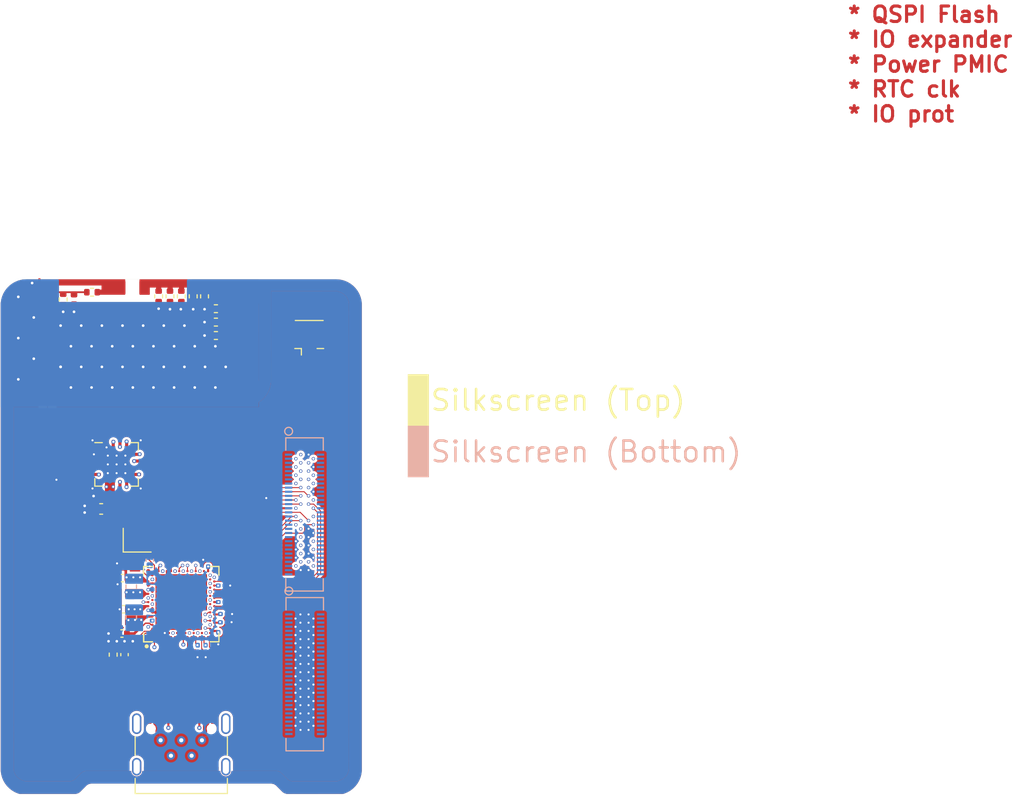
<source format=kicad_pcb>
(kicad_pcb (version 20211014) (generator pcbnew)
  (title_block (title "BOARD_NAME") (date "2022-06-23") (rev "1.0.0") (company "Michael W. Lloyd"))
  (layers (0 "F.Cu" mixed "MIXED_TOP") (1 "In1.Cu" power "GND1") (2 "In2.Cu" signal "SIGNAL") (3 "In3.Cu" power "GND2") (4 "In4.Cu" power "POWER") (31 "B.Cu" mixed "MIXED_BOT") (34 "B.Paste" user) (35 "F.Paste" user) (36 "B.SilkS" user "B.Silkscreen") (37 "F.SilkS" user "F.Silkscreen") (38 "B.Mask" user) (39 "F.Mask" user) (44 "Edge.Cuts" user))
  (property "--x" "")
  (property "Delta" "")
  (property "MR" "MΩ")
  (property "O" "Ω")
  (property "R" "Ω")
  (property "alpha" "")
  (property "beta" "")
  (property "delta" "")
  (property "diameter" "")
  (property "kR" "kΩ")
  (property "mR" "m")
  (property "pi" "π")
  (property "uF" "µF")
  (property "uH" "µH")
  (property "uf" "µF")
  (property "uh" "µH")
  (property "x--" "")
  (net 0 "")
  (net 1 "GND")
  (net 2 "VBUS")
  (net 3 "VDD")
  (net 4 "Net-(C28-Pad1)")
  (net 5 "Net-(C29-Pad1)")
  (net 6 "Net-(C31-Pad1)")
  (net 7 "Net-(C33-Pad1)")
  (net 8 "Net-(C34-Pad1)")
  (net 9 "Net-(C35-Pad1)")
  (net 10 "Net-(C36-Pad1)")
  (net 11 "Net-(C37-Pad1)")
  (net 12 "Net-(C38-Pad1)")
  (net 13 "Net-(C39-Pad1)")
  (net 14 "Net-(C40-Pad1)")
  (net 15 "Net-(L6-Pad2)")
  (net 16 "Net-(L8-Pad2)")
  (net 17 "USB_+")
  (net 18 "USB_-")
  (net 24 "Net-(U4-PadE1)")
  (net 30 "Net-(C15-Pad2)")
  (net 31 "Net-(FB1-Pad1)")
  (net 34 "unconnected-(U3-Pad11)")
  (net 35 "unconnected-(U3-Pad12)")
  (net 36 "unconnected-(U3-Pad13)")
  (net 37 "unconnected-(U3-Pad14)")
  (net 38 "unconnected-(U3-Pad15)")
  (net 39 "RF_LINE")
  (net 40 "Net-(AE1-Pad2)")
  (net 41 "Net-(C5-Pad2)")
  (net 42 "Net-(C6-Pad2)")
  (net 43 "USB_CC2")
  (net 44 "USB_CC1")
  (net 45 "/ANT1_OUT")
  (net 46 "/ANT2_OUT")
  (net 47 "/nrf_D-")
  (net 48 "/nrf_D+")
  (net 49 "/MODE")
  (net 50 "/RX_EN")
  (net 51 "/ANT_SEL")
  (net 52 "/TX_EN")
  (net 53 "/P1_13")
  (net 54 "/P0_03")
  (net 55 "/SWDIO")
  (net 56 "/P0_06")
  (net 57 "/~{RESET}")
  (net 58 "/P0_07")
  (net 59 "/P1_02")
  (net 60 "/P0_28")
  (net 61 "/P1_03")
  (net 62 "/P0_08")
  (net 63 "/P0_09")
  (net 64 "/P0_10")
  (net 65 "/P0_11")
  (net 66 "/P0_12")
  (net 67 "/P0_14")
  (net 68 "/P0_15")
  (net 69 "/P0_17")
  (net 70 "/P0_18")
  (net 71 "/P0_20")
  (net 72 "/P0_22")
  (net 73 "/P0_23")
  (net 74 "/P1_05")
  (net 75 "/P1_07")
  (net 76 "/P1_09")
  (net 77 "/P0_25")
  (net 78 "/P0_27")
  (net 79 "/P0_13")
  (net 80 "/P0_16")
  (net 81 "/P0_19")
  (net 82 "/P0_21")
  (net 83 "/P1_04")
  (net 84 "/P1_06")
  (net 85 "/P1_08")
  (net 86 "/P0_24")
  (net 87 "/P0_26")
  (net 88 "/P1_15")
  (net 89 "/P1_14")
  (net 90 "/P1_12")
  (net 91 "/P1_11")
  (net 92 "/P0_31")
  (net 93 "/P0_30")
  (net 94 "/P1_00")
  (net 95 "/P0_00")
  (net 96 "/P1_01")
  (net 97 "/P0_01")
  (net 98 "/P1_10")
  (net 99 "/P0_29")
  (net 100 "/P0_04")
  (net 101 "/P0_02")
  (net 102 "/SWDCLK")
  (net 103 "/P0_05")
  (footprint "Resistor_SMD:R_0402_1005Metric" (layer "F.Cu") (at 150.005361 126.7529 90)
    (fp_text reference "R4" hide)
    (fp_text value "R" hide)
  )
  (footprint "Connector_USB:USB_C_Receptacle_Palconn_UTC16-G" (layer "F.Cu") (at 150 170.125)
    (fp_text reference "J2" hide)
    (fp_text value "USB_C_Receptacle_USB2.0" hide)
  )
  (footprint "Capacitor_SMD:C_0201_0603Metric" (layer "F.Cu") (at 149.3 148.35)
    (fp_text reference "C32" hide)
    (fp_text value "DNP" hide)
  )
  (footprint "0:RF-ANT_A1001312" (layer "F.Cu") (at 146.335361 126.5029 180)
    (fp_text reference "AE1" hide)
    (fp_text value "Antenna_Chip" hide)
  )
  (footprint "Capacitor_SMD:C_0201_0603Metric" (layer "F.Cu") (at 143.775 150.98 -90)
    (fp_text reference "C39" hide)
    (fp_text value "C" hide)
  )
  (footprint "Inductor_SMD:L_0402_1005Metric" (layer "F.Cu") (at 139.180816 143.4 180)
    (fp_text reference "L4" hide)
    (fp_text value "1.9nH" hide)
  )
  (footprint "Capacitor_SMD:C_0201_0603Metric" (layer "F.Cu") (at 144.1 153.15 180)
    (fp_text reference "C30" hide)
    (fp_text value "2.2nF" hide)
  )
  (footprint "Resistor_SMD:R_0402_1005Metric" (layer "F.Cu") (at 148.905361 126.7529 90)
    (fp_text reference "R3" hide)
    (fp_text value "R" hide)
  )
  (footprint "Inductor_SMD:L_0402_1005Metric" (layer "F.Cu") (at 139.605361 127.0529 -90)
    (fp_text reference "L3" hide)
    (fp_text value "4.7nH" hide)
  )
  (footprint "Capacitor_SMD:C_0402_1005Metric" (layer "F.Cu") (at 144.5 161.5 90)
    (fp_text reference "C35" hide)
    (fp_text value "4.7µF" hide)
  )
  (footprint "Capacitor_SMD:C_0402_1005Metric" (layer "F.Cu") (at 144.3 154.0772 180)
    (fp_text reference "C29" hide)
    (fp_text value "1µF" hide)
  )
  (footprint "Capacitor_SMD:C_0603_1608Metric" (layer "F.Cu") (at 142.237826 147.37 180)
    (fp_text reference "C4" hide)
    (fp_text value "10µF" hide)
  )
  (footprint "Inductor_SMD:L_0402_1005Metric" (layer "F.Cu") (at 149.07 149.649998 90)
    (fp_text reference "L7" hide)
    (fp_text value "2.2nH" hide)
  )
  (footprint "Resistor_SMD:R_0402_1005Metric" (layer "F.Cu") (at 152.255361 126.7529 90)
    (fp_text reference "R21" hide)
    (fp_text value "R" hide)
  )
  (footprint "Capacitor_SMD:C_0201_0603Metric" (layer "F.Cu") (at 142.451353 146.12 180)
    (fp_text reference "C3" hide)
    (fp_text value "100nF" hide)
  )
  (footprint "1.Logic.Oscillators_Resonators:32MHz-ECS-320-8-37B2-7KM-TR" (layer "F.Cu") (at 145.725 150.4)
    (fp_text reference "Y1" hide)
    (fp_text value "32MHz-ECS-320-8-37B2-7KM-TR" hide)
  )
  (footprint "0:NetTie_RF_FL" (layer "F.Cu") (at 136.25 125.35 180)
    (fp_text reference "TIE1" hide)
    (fp_text value "FL" hide)
  )
  (footprint "Inductor_SMD:L_0402_1005Metric" (layer "F.Cu") (at 139.875 141.075 90)
    (fp_text reference "L1" hide)
    (fp_text value "1.9nH" hide)
  )
  (footprint "Resistor_SMD:R_0201_0603Metric" (layer "F.Cu") (at 146.400001 161.400001 90)
    (fp_text reference "R7" hide)
    (fp_text value "28Ω" hide)
  )
  (footprint "Package_DFN_QFN:QFN-16-1EP_4x4mm_P0.65mm_EP2.1x2.1mm" (layer "F.Cu") (at 143.731354 143.050001)
    (fp_text reference "U3" hide)
    (fp_text value "NRF21540-QDAA-R" hide)
  )
  (footprint "0:NRF5340-QKAA-R7" (layer "F.Cu") (at 150 156.6 90)
    (fp_text reference "U4" hide)
    (fp_text value "NRF5340-QKAA-R7" hide)
  )
  (footprint "Capacitor_SMD:C_0201_0603Metric" (layer "F.Cu") (at 147.587826 143.37 180)
    (fp_text reference "C15" hide)
    (fp_text value "1pF" hide)
  )
  (footprint "Resistor_SMD:R_0402_1005Metric" (layer "F.Cu") (at 153.355361 129.2529)
    (fp_text reference "R24" hide)
    (fp_text value "R" hide)
  )
  (footprint "Resistor_SMD:R_0402_1005Metric" (layer "F.Cu") (at 138.555361 127.0529 -90)
    (fp_text reference "R19" hide)
    (fp_text value "DNP" hide)
  )
  (footprint "Capacitor_SMD:C_0201_0603Metric" (layer "F.Cu") (at 146.425 148.58 180)
    (fp_text reference "C40" hide)
    (fp_text value "C" hide)
  )
  (footprint "Resistor_SMD:R_0402_1005Metric" (layer "F.Cu") (at 143.4 161.5 90)
    (fp_text reference "R5" hide)
    (fp_text value "2.2Ω" hide)
  )
  (footprint "Resistor_SMD:R_0201_0603Metric" (layer "F.Cu") (at 145.600001 161.400001 90)
    (fp_text reference "R6" hide)
    (fp_text value "28Ω" hide)
  )
  (footprint "Resistor_SMD:R_0402_1005Metric" (layer "F.Cu") (at 151.155361 126.7529 90)
    (fp_text reference "R22" hide)
    (fp_text value "R" hide)
  )
  (footprint "Capacitor_SMD:C_0201_0603Metric" (layer "F.Cu") (at 140.2 139.8 180)
    (fp_text reference "C5" hide)
    (fp_text value "1.2pF" hide)
  )
  (footprint "Resistor_SMD:R_0402_1005Metric" (layer "F.Cu") (at 153.355361 130.5529)
    (fp_text reference "R2" hide)
    (fp_text value "R" hide)
  )
  (footprint "Resistor_SMD:R_0402_1005Metric" (layer "F.Cu") (at 147.805361 126.7529 90)
    (fp_text reference "R20" hide)
    (fp_text value "R" hide)
  )
  (footprint "Capacitor_SMD:C_0402_1005Metric" (layer "F.Cu") (at 144.425 157.100002 180)
    (fp_text reference "C34" hide)
    (fp_text value "1µF" hide)
  )
  (footprint "Capacitor_SMD:C_0201_0603Metric" (layer "F.Cu") (at 149.295 150.984999)
    (fp_text reference "C31" hide)
    (fp_text value "0.7pF" hide)
  )
  (footprint "Connector_Coaxial:U.FL_Hirose_U.FL-R-SMT-1_Vertical" (layer "F.Cu") (at 162.4 130.93 90)
    (fp_text reference "J1" hide)
    (fp_text value "Conn_Coaxial" hide)
  )
  (footprint "Capacitor_SMD:C_0402_1005Metric" (layer "F.Cu") (at 144.25 159.45 180)
    (fp_text reference "C36" hide)
    (fp_text value "4.7µF" hide)
  )
  (footprint "Resistor_SMD:R_0402_1005Metric" (layer "F.Cu") (at 153.355361 127.9529)
    (fp_text reference "R23" hide)
    (fp_text value "R" hide)
  )
  (footprint "Capacitor_SMD:C_0201_0603Metric" (layer "F.Cu") (at 137.9 143.719166 90)
    (fp_text reference "C6" hide)
    (fp_text value "1.2pF" hide)
  )
  (footprint "Resistor_SMD:R_0402_1005Metric" (layer "F.Cu") (at 141.355361 126.3529)
    (fp_text reference "R1" hide)
    (fp_text value "0Ω" hide)
  )
  (footprint "Inductor_SMD:L_0603_1608Metric" (layer "B.Cu") (at 145.150001 157.900002 -90)
    (fp_text reference "L8" hide)
    (fp_text value "10µH" hide)
  )
  (footprint "Capacitor_SMD:C_0402_1005Metric" (layer "B.Cu") (at 146.95 152.35 90)
    (fp_text reference "C28" hide)
    (fp_text value "1µF" hide)
  )
  (footprint "0:DF40HC-4-0-60DS-0-4V-51" (layer "B.Cu") (at 161.945 147.9022 -90)
    (fp_text reference "J3" hide)
    (fp_text value "Conn_02x30_Odd_Even" hide)
  )
  (footprint "Capacitor_SMD:C_0201_0603Metric" (layer "B.Cu") (at 151.6 160.9022 -90)
    (fp_text reference "C21" hide)
    (fp_text value "100nF" hide)
  )
  (footprint "Capacitor_SMD:C_0201_0603Metric" (layer "B.Cu") (at 154.115 158.37)
    (fp_text reference "C23" hide)
    (fp_text value "100nF" hide)
  )
  (footprint "Capacitor_SMD:C_0201_0603Metric" (layer "B.Cu") (at 152.605 152.65 90)
    (fp_text reference "C20" hide)
    (fp_text value "100nF" hide)
  )
  (footprint "Capacitor_SMD:C_0201_0603Metric" (layer "B.Cu") (at 147.500001 155.175)
    (fp_text reference "C37" hide)
    (fp_text value "100nF" hide)
  )
  (footprint "Capacitor_SMD:C_0201_0603Metric" (layer "B.Cu") (at 152.355 160.9022 -90)
    (fp_text reference "C25" hide)
    (fp_text value "100nF" hide)
  )
  (footprint "Inductor_SMD:L_0603_1608Metric" (layer "B.Cu") (at 145.150001 154.900001 -90)
    (fp_text reference "L6" hide)
    (fp_text value "10µH" hide)
  )
  (footprint "Capacitor_SMD:C_0201_0603Metric" (layer "B.Cu") (at 154.115 157.56)
    (fp_text reference "C22" hide)
    (fp_text value "100nF" hide)
  )
  (footprint "Capacitor_SMD:C_0201_0603Metric" (layer "B.Cu") (at 153.585 159.66 -90)
    (fp_text reference "C27" hide)
    (fp_text value "100nF" hide)
  )
  (footprint "Capacitor_SMD:C_0201_0603Metric" (layer "B.Cu") (at 153.900001 156.400002)
    (fp_text reference "C24" hide)
    (fp_text value "100nF" hide)
  )
  (footprint "Capacitor_SMD:C_0201_0603Metric" (layer "B.Cu") (at 147.500001 158.200001)
    (fp_text reference "C33" hide)
    (fp_text value "2.2nF" hide)
  )
  (footprint "Capacitor_SMD:C_0201_0603Metric" (layer "B.Cu") (at 153.9 154.800001)
    (fp_text reference "C26" hide)
    (fp_text value "100nF" hide)
  )
  (footprint "0:DF40HC-4-0-60DS-0-4V-51" (layer "B.Cu") (at 161.965001 163.3942 -90)
    (fp_text reference "J4" hide)
    (fp_text value "Conn_02x30_Odd_Even" hide)
  )
  (footprint "Capacitor_SMD:C_0201_0603Metric" (layer "B.Cu") (at 147.485 157.2)
    (fp_text reference "C38" hide)
    (fp_text value "100nF" hide)
  )
  (gr_rect locked (start 171.95 139.3) (end 174 144.3) (layer "B.SilkS") (width 0) (fill solid))
  (gr_rect (start 171.95 134.3) (end 174 139.3) (layer "F.SilkS") (width 0) (fill solid))
  (gr_poly (pts (arc (start 141.31066 174.1) (mid 141.023647 174.15709) (end 140.78033 174.31967)) (arc (start 140.21967 174.88033) (mid 139.976352 175.04291) (end 139.689339 175.1)) (arc (start 135 175.1) (mid 133.232233 174.367767) (end 132.5 172.6)) (arc (start 132.5 127.6) (mid 133.232233 125.832233) (end 135 125.1)) (arc (start 165 125.1) (mid 166.767767 125.832233) (end 167.5 127.6)) (arc (start 167.5 172.6) (mid 166.767767 174.367767) (end 165 175.1)) (arc (start 160.310661 175.1) (mid 160.023648 175.04291) (end 159.78033 174.88033)) (arc (start 159.21967 174.31967) (mid 158.976353 174.15709) (end 158.68934 174.1)) (xy 150 174.1)) (layer "Edge.Cuts") (width 0.01) (fill none))
  (gr_text "* QSPI Flash \n* IO expander\n* Power PMIC \n* RTC clk\n* IO prot\n" (at 214.45 104.25) (layer "F.Cu") (effects (font (size 1.5 1.5) (thickness 0.3)) (justify left)))
  (gr_text "Silkscreen (Bottom)" (at 174.025 141.825) (layer "B.SilkS") (effects (font (size 2 2) (thickness 0.25)) (justify left)))
  (gr_text "Silkscreen (Top)" (at 174.025 136.825) (layer "F.SilkS") (effects (font (size 2 2) (thickness 0.25)) (justify left)))
  (segment locked (start 143.78 152.655) (end 143.78 153.15) (width 0.254) (layer "F.Cu") (net 1))
  (segment locked (start 148.600001 153.400001) (end 148.600001 154.000001) (width 0.1905) (layer "F.Cu") (net 1))
  (segment locked (start 143.825 154.0822) (end 143.82 154.0772) (width 0.254) (layer "F.Cu") (net 1))
  (segment locked (start 143.820001 157.100002) (end 144.025 157.100002) (width 0.254) (layer "F.Cu") (net 1))
  (segment locked (start 147.200001 154.600001) (end 147.900001 154.600003) (width 0.1905) (layer "F.Cu") (net 1))
  (segment locked (start 148.4 159.500002) (end 148.2 159.700001) (width 0.1905) (layer "F.Cu") (net 1))
  (segment locked (start 143.825 154.675) (end 143.825 154.0822) (width 0.254) (layer "F.Cu") (net 1))
  (segment locked (start 148.4 159.400001) (end 148.4 159.500002) (width 0.1905) (layer "F.Cu") (net 1))
  (segment locked (start 148.399999 154.400003) (end 148 154.500003) (width 0.1905) (layer "F.Cu") (net 1))
  (segment locked (start 148.2 159.700001) (end 148.2 159.800001) (width 0.1905) (layer "F.Cu") (net 1))
  (segment (start 142.131353 146.120001) (end 141.501354 146.12) (width 0.1143) (layer "F.Cu") (net 1))
  (segment locked (start 148.4 159.4) (end 148.4 158.900001) (width 0.1905) (layer "F.Cu") (net 1))
  (segment locked (start 147.020852 154.600001) (end 146.82085 154.800001) (width 0.1905) (layer "F.Cu") (net 1))
  (segment (start 137.899999 144.039165) (end 137.899999 144.539166) (width 0.1905) (layer "F.Cu") (net 1))
  (segment locked (start 147.200001 157.400002) (end 147.800001 157.400002) (width 0.1905) (layer "F.Cu") (net 1))
  (segment locked (start 147.200001 154.600001) (end 147.020852 154.600001) (width 0.1905) (layer "F.Cu") (net 1))
  (segment locked (start 147.900001 154.600003) (end 148.399999 154.400003) (width 0.1905) (layer "F.Cu") (net 1))
  (segment locked (start 148.4 159.400001) (end 148.4 159.4) (width 0.1905) (layer "F.Cu") (net 1))
  (segment locked (start 143.775 152.65) (end 143.78 152.655) (width 0.254) (layer "F.Cu") (net 1))
  (segment locked (start 146.82085 154.800001) (end 146.800001 154.800001) (width 0.1905) (layer "F.Cu") (net 1))
  (via locked (at 150.305361 129.5929) (size 0.5) (drill 0.26) (layers "F.Cu" "B.Cu") (net 1))
  (via (at 161.545 165.6) (size 0.325) (drill 0.2) (layers "F.Cu" "B.Cu") (net 1))
  (via (at 161.075001 160.4) (size 0.325) (drill 0.2) (layers "F.Cu" "B.Cu") (net 1))
  (via locked (at 162.335 151.7) (size 0.325) (drill 0.2) (layers "F.Cu" "B.Cu") (net 1))
  (via locked (at 146.305361 133.5929) (size 0.5) (drill 0.26) (layers "F.Cu" "B.Cu") (net 1))
  (via locked (at 147.805361 127.9529) (size 0.5) (drill 0.26) (layers "F.Cu" "B.Cu") (net 1))
  (via (at 162.805001 166.8) (size 0.325) (drill 0.2) (layers "F.Cu" "B.Cu") (net 1))
  (via locked (at 162.335 142.1) (size 0.325) (drill 0.2) (layers "F.Cu" "B.Cu") (net 1))
  (via locked (at 141.305361 131.5929) (size 0.5) (drill 0.26) (layers "F.Cu" "B.Cu") (net 1))
  (via (at 161.545 158.399999) (size 0.325) (drill 0.2) (layers "F.Cu" "B.Cu") (net 1))
  (via (at 142.95 159.45) (size 0.4) (drill 0.254) (layers "F.Cu" "B.Cu") (net 1))
  (via (at 162.805001 163.599998) (size 0.325) (drill 0.2) (layers "F.Cu" "B.Cu") (net 1))
  (via (at 161.545 166.4) (size 0.325) (drill 0.2) (layers "F.Cu" "B.Cu") (net 1))
  (via (at 146.06687 145.385516) (size 0.39) (drill 0.2) (layers "F.Cu" "B.Cu") (net 1))
  (via locked (at 145.305361 131.5929) (size 0.5) (drill 0.26) (layers "F.Cu" "B.Cu") (net 1))
  (via locked (at 144.025 157.100002) (size 0.39) (drill 0.2) (layers "F.Cu" "B.Cu") (net 1))
  (via (at 142.881353 143.05) (size 0.39) (drill 0.2) (layers "F.Cu" "B.Cu") (net 1))
  (via (at 143.731354 143.050001) (size 0.39) (drill 0.2) (layers "F.Cu" "B.Cu") (net 1))
  (via (at 140.637827 147.72) (size 0.5) (drill 0.26) (layers "F.Cu" "B.Cu") (net 1))
  (via (at 161.075001 161.999999) (size 0.325) (drill 0.2) (layers "F.Cu" "B.Cu") (net 1))
  (via locked (at 145.305361 135.5929) (size 0.5) (drill 0.26) (layers "F.Cu" "B.Cu") (net 1))
  (via (at 162.335001 166.4) (size 0.325) (drill 0.2) (layers "F.Cu" "B.Cu") (net 1))
  (via (at 161.075001 162.8) (size 0.325) (drill 0.2) (layers "F.Cu" "B.Cu") (net 1))
  (via (at 145.3 160.2) (size 0.4) (drill 0.254) (layers "F.Cu" "B.Cu") (net 1))
  (via locked (at 148.905361 128.0029) (size 0.5) (drill 0.26) (layers "F.Cu" "B.Cu") (net 1))
  (via locked (at 161.575 143.7) (size 0.325) (drill 0.2) (layers "F.Cu" "B.Cu") (net 1))
  (via locked (at 162.335 149.295) (size 0.325) (drill 0.2) (layers "F.Cu" "B.Cu") (net 1))
  (via (at 161.545 159.999999) (size 0.325) (drill 0.2) (layers "F.Cu" "B.Cu") (net 1))
  (via (at 137.899999 144.539166) (size 0.4) (drill 0.2) (layers "F.Cu" "B.Cu") (net 1))
  (via (at 162.805001 168.4) (size 0.325) (drill 0.2) (layers "F.Cu" "B.Cu") (net 1))
  (via locked (at 162.805 143.3) (size 0.325) (drill 0.2) (layers "F.Cu" "B.Cu") (net 1))
  (via (at 162.805 164.4) (size 0.325) (drill 0.2) (layers "F.Cu" "B.Cu") (net 1))
  (via locked (at 161.105 151.3) (size 0.325) (drill 0.2) (layers "F.Cu" "B.Cu") (net 1))
  (via (at 162.805001 159.599998) (size 0.325) (drill 0.2) (layers "F.Cu" "B.Cu") (net 1))
  (via (at 162.335001 163.2) (size 0.325) (drill 0.2) (layers "F.Cu" "B.Cu") (net 1))
  (via locked (at 148.305361 133.5929) (size 0.5) (drill 0.26) (layers "F.Cu" "B.Cu") (net 1))
  (via locked (at 154.875 158.35) (size 0.39) (drill 0.2) (layers "F.Cu" "B.Cu") (net 1))
  (via locked (at 152.125 152.3) (size 0.4) (drill 0.2) (layers "F.Cu" "B.Cu") (net 1))
  (via (at 162.805 158.8) (size 0.325) (drill 0.2) (layers "F.Cu" "B.Cu") (net 1))
  (via locked (at 152.255361 128.0029) (size 0.5) (drill 0.26) (layers "F.Cu" "B.Cu") (net 1))
  (via locked (at 149.305361 135.5929) (size 0.5) (drill 0.26) (layers "F.Cu" "B.Cu") (net 1))
  (via (at 161.075001 166.8) (size 0.325) (drill 0.2) (layers "F.Cu" "B.Cu") (net 1))
  (via locked (at 153.305361 131.5929) (size 0.5) (drill 0.26) (layers "F.Cu" "B.Cu") (net 1))
  (via (at 162.335001 161.599999) (size 0.325) (drill 0.2) (layers "F.Cu" "B.Cu") (net 1))
  (via (at 161.545001 167.199998) (size 0.325) (drill 0.2) (layers "F.Cu" "B.Cu") (net 1))
  (via (at 146.068341 140.713012) (size 0.39) (drill 0.2) (layers "F.Cu" "B.Cu") (net 1))
  (via locked (at 135.705361 128.8029) (size 0.5) (drill 0.26) (layers "F.Cu" "B.Cu") (net 1))
  (via (at 162.805 167.599999) (size 0.325) (drill 0.2) (layers "F.Cu" "B.Cu") (net 1))
  (via locked (at 150.305361 133.5929) (size 0.5) (drill 0.26) (layers "F.Cu" "B.Cu") (net 1))
  (via locked (at 134.205361 134.8029) (size 0.5) (drill 0.26) (layers "F.Cu" "B.Cu") (net 1))
  (via locked (at 147.305361 135.5929) (size 0.5) (drill 0.26) (layers "F.Cu" "B.Cu") (net 1))
  (via (at 161.545001 163.2) (size 0.325) (drill 0.2) (layers "F.Cu" "B.Cu") (net 1))
  (via locked (at 142.305361 133.5929) (size 0.5) (drill 0.26) (layers "F.Cu" "B.Cu") (net 1))
  (via locked (at 154.925 157.56) (size 0.39) (drill 0.2) (layers "F.Cu" "B.Cu") (net 1))
  (via locked (at 134.205361 130.8029) (size 0.5) (drill 0.26) (layers "F.Cu" "B.Cu") (net 1))
  (via (at 162.335001 158.4) (size 0.325) (drill 0.2) (layers "F.Cu" "B.Cu") (net 1))
  (via (at 144.581353 143.05) (size 0.39) (drill 0.2) (layers "F.Cu" "B.Cu") (net 1))
  (via locked (at 162.805 152.1) (size 0.325) (drill 0.2) (layers "F.Cu" "B.Cu") (net 1))
  (via locked (at 148.305361 129.5929) (size 0.5) (drill 0.26) (layers "F.Cu" "B.Cu") (net 1))
  (via locked (at 142.305361 129.5929) (size 0.5) (drill 0.26) (layers "F.Cu" "B.Cu") (net 1))
  (via (at 162.805 160.4) (size 0.325) (drill 0.2) (layers "F.Cu" "B.Cu") (net 1))
  (via (at 162.335001 159.999999) (size 0.325) (drill 0.2) (layers "F.Cu" "B.Cu") (net 1))
  (via (at 142.95 160.2) (size 0.4) (drill 0.254) (layers "F.Cu" "B.Cu") (net 1))
  (via (at 162.335001 168) (size 0.325) (drill 0.2) (layers "F.Cu" "B.Cu") (net 1))
  (via (at 161.075001 159.599998) (size 0.325) (drill 0.2) (layers "F.Cu" "B.Cu") (net 1))
  (via locked (at 149.305361 131.5929) (size 0.5) (drill 0.26) (layers "F.Cu" "B.Cu") (net 1))
  (via locked (at 138.305361 133.5929) (size 0.5) (drill 0.26) (layers "F.Cu" "B.Cu") (net 1))
  (via locked (at 152.255361 130.5529) (size 0.5) (drill 0.26) (layers "F.Cu" "B.Cu") (net 1))
  (via locked (at 151.305361 131.5929) (size 0.5) (drill 0.26) (layers "F.Cu" "B.Cu") (net 1))
  (via (at 162.805 166) (size 0.325) (drill 0.2) (layers "F.Cu" "B.Cu") (net 1))
  (via (at 140.637826 147.07) (size 0.5) (drill 0.26) (layers "F.Cu" "B.Cu") (net 1))
  (via (at 161.075001 164.4) (size 0.325) (drill 0.2) (layers "F.Cu" "B.Cu") (net 1))
  (via locked (at 143.775 152.65) (size 0.39) (drill 0.2) (layers "F.Cu" "B.Cu") (net 1))
  (via locked (at 135.545361 125.4629) (size 0.5) (drill 0.26) (layers "F.Cu" "B.Cu") (net 1))
  (via (at 161.545 160.8) (size 0.325) (drill 0.2) (layers "F.Cu" "B.Cu") (net 1))
  (via (at 143.75 160.2) (size 0.4) (drill 0.254) (layers "F.Cu" "B.Cu") (net 1))
  (via (at 161.075001 167.599999) (size 0.325) (drill 0.2) (layers "F.Cu" "B.Cu") (net 1))
  (via locked (at 153.585 160.5) (size 0.39) (drill 0.2) (layers "F.Cu" "B.Cu") (net 1))
  (via locked (at 161.105 152.1) (size 0.325) (drill 0.2) (layers "F.Cu" "B.Cu") (net 1))
  (via (at 162.805 161.999999) (size 0.325) (drill 0.2) (layers "F.Cu" "B.Cu") (net 1))
  (via locked (at 144.305361 129.5929) (size 0.5) (drill 0.26) (layers "F.Cu" "B.Cu") (net 1))
  (via (at 162.335001 164.8) (size 0.325) (drill 0.2) (layers "F.Cu" "B.Cu") (net 1))
  (via (at 144.5 160.2) (size 0.4) (drill 0.254) (layers "F.Cu" "B.Cu") (net 1))
  (via locked (at 139.605361 128.2529) (size 0.5) (drill 0.26) (layers "F.Cu" "B.Cu") (net 1))
  (via (at 162.335001 160.8) (size 0.325) (drill 0.2) (layers "F.Cu" "B.Cu") (net 1))
  (via (at 161.075001 166) (size 0.325) (drill 0.2) (layers "F.Cu" "B.Cu") (net 1))
  (via (at 142.881353 143.9) (size 0.39) (drill 0.2) (layers "F.Cu" "B.Cu") (net 1))
  (via locked (at 138.305361 129.5929) (size 0.5) (drill 0.26) (layers "F.Cu" "B.Cu") (net 1))
  (via (at 162.805001 161.2) (size 0.325) (drill 0.2) (layers "F.Cu" "B.Cu") (net 1))
  (via locked (at 162.805 145.7) (size 0.325) (drill 0.2) (layers "F.Cu" "B.Cu") (net 1))
  (via (at 161.545001 161.599998) (size 0.325) (drill 0.2) (layers "F.Cu" "B.Cu") (net 1))
  (via (at 161.555001 168.8) (size 0.325) (drill 0.2) (layers "F.Cu" "B.Cu") (net 1))
  (via (at 143.731353 142.2) (size 0.39) (drill 0.2) (layers "F.Cu" "B.Cu") (net 1))
  (via (at 162.335001 162.399999) (size 0.325) (drill 0.2) (layers "F.Cu" "B.Cu") (net 1))
  (via (at 161.075001 165.2) (size 0.325) (drill 0.2) (layers "F.Cu" "B.Cu") (net 1))
  (via (at 161.545 168) (size 0.325) (drill 0.2) (layers "F.Cu" "B.Cu") (net 1))
  (via (at 161.545 162.4) (size 0.325) (drill 0.2) (layers "F.Cu" "B.Cu") (net 1))
  (via locked (at 152.365 161.746498) (size 0.4) (drill 0.2) (layers "F.Cu" "B.Cu") (net 1))
  (via locked (at 162.805 149.7) (size 0.325) (drill 0.2) (layers "F.Cu" "B.Cu") (net 1))
  (via (at 161.075001 163.599999) (size 0.325) (drill 0.2) (layers "F.Cu" "B.Cu") (net 1))
  (via locked (at 143.825 154.675) (size 0.39) (drill 0.2) (layers "F.Cu" "B.Cu") (net 1))
  (via (at 161.075001 158.8) (size 0.325) (drill 0.2) (layers "F.Cu" "B.Cu") (net 1))
  (via (at 162.335001 168.8) (size 0.325) (drill 0.2) (layers "F.Cu" "B.Cu") (net 1))
  (via (at 161.545001 159.2) (size 0.325) (drill 0.2) (layers "F.Cu" "B.Cu") (net 1))
  (via locked (at 151.305361 135.5929) (size 0.5) (drill 0.26) (layers "F.Cu" "B.Cu") (net 1))
  (via (at 162.335001 159.2) (size 0.325) (drill 0.2) (layers "F.Cu" "B.Cu") (net 1))
  (via (at 142.881351 142.2) (size 0.39) (drill 0.2) (layers "F.Cu" "B.Cu") (net 1))
  (via locked (at 134.205361 126.8029) (size 0.5) (drill 0.26) (layers "F.Cu" "B.Cu") (net 1))
  (via (at 162.335001 157.6) (size 0.325) (drill 0.2) (layers "F.Cu" "B.Cu") (net 1))
  (via (at 161.545001 157.6) (size 0.325) (drill 0.2) (layers "F.Cu" "B.Cu") (net 1))
  (via (at 142.756353 141.400001) (size 0.4) (drill 0.2) (layers "F.Cu" "B.Cu") (net 1))
  (via locked (at 162.335 150.1) (size 0.325) (drill 0.2) (layers "F.Cu" "B.Cu") (net 1))
  (via locked (at 143.305361 131.5929) (size 0.5) (drill 0.26) (layers "F.Cu" "B.Cu") (net 1))
  (via (at 161.545 163.999999) (size 0.325) (drill 0.2) (layers "F.Cu" "B.Cu") (net 1))
  (via locked (at 144.305361 133.5929) (size 0.5) (drill 0.26) (layers "F.Cu" "B.Cu") (net 1))
  (via locked (at 139.305361 131.5929) (size 0.5) (drill 0.26) (layers "F.Cu" "B.Cu") (net 1))
  (via locked (at 149.955361 128.0029) (size 0.5) (drill 0.26) (layers "F.Cu" "B.Cu") (net 1))
  (via (at 161.545001 164.8) (size 0.325) (drill 0.2) (layers "F.Cu" "B.Cu") (net 1))
  (via (at 141.501354 146.12) (size 0.5) (drill 0.26) (layers "F.Cu" "B.Cu") (net 1))
  (via (at 162.805001 162.8) (size 0.325) (drill 0.2) (layers "F.Cu" "B.Cu") (net 1))
  (via (at 162.335001 164) (size 0.325) (drill 0.2) (layers "F.Cu" "B.Cu") (net 1))
  (via locked (at 147.305361 131.5929) (size 0.5) (drill 0.26) (layers "F.Cu" "B.Cu") (net 1))
  (via locked (at 161.575 153.3) (size 0.325) (drill 0.2) (layers "F.Cu" "B.Cu") (net 1))
  (via locked (at 140.305361 133.5929) (size 0.5) (drill 0.26) (layers "F.Cu" "B.Cu") (net 1))
  (via locked (at 140.305361 129.5929) (size 0.5) (drill 0.26) (layers "F.Cu" "B.Cu") (net 1))
  (via locked (at 152.255361 129.2529) (size 0.5) (drill 0.26) (layers "F.Cu" "B.Cu") (net 1))
  (via (at 144.581353 142.2) (size 0.39) (drill 0.2) (layers "F.Cu" "B.Cu") (net 1))
  (via locked (at 162.335 153.3) (size 0.325) (drill 0.2) (layers "F.Cu" "B.Cu") (net 1))
  (via (at 141.395837 145.385516) (size 0.39) (drill 0.2) (layers "F.Cu" "B.Cu") (net 1))
  (via locked (at 153.305361 135.5929) (size 0.5) (drill 0.26) (layers "F.Cu" "B.Cu") (net 1))
  (via (at 161.075001 158) (size 0.325) (drill 0.2) (layers "F.Cu" "B.Cu") (net 1))
  (via locked (at 138.555361 128.2529) (size 0.5) (drill 0.26) (layers "F.Cu" "B.Cu") (net 1))
  (via locked (at 161.105 150.5) (size 0.325) (drill 0.2) (layers "F.Cu" "B.Cu") (net 1))
  (via (at 162.335001 165.6) (size 0.325) (drill 0.2) (layers "F.Cu" "B.Cu") (net 1))
  (via locked (at 154.305361 133.5929) (size 0.5) (drill 0.26) (layers "F.Cu" "B.Cu") (net 1))
  (via (at 161.075001 161.2) (size 0.325) (drill 0.2) (layers "F.Cu" "B.Cu") (net 1))
  (via locked (at 162.335 150.9) (size 0.325) (drill 0.2) (layers "F.Cu" "B.Cu") (net 1))
  (via locked (at 152.305361 133.5929) (size 0.5) (drill 0.26) (layers "F.Cu" "B.Cu") (net 1))
  (via locked (at 141.305361 135.5929) (size 0.5) (drill 0.26) (layers "F.Cu" "B.Cu") (net 1))
  (via locked (at 143.305361 135.5929) (size 0.5) (drill 0.26) (layers "F.Cu" "B.Cu") (net 1))
  (via locked (at 151.575 161.746498) (size 0.4) (drill 0.2) (layers "F.Cu" "B.Cu") (net 1))
  (via locked (at 148.4 159.4) (size 0.325) (drill 0.2) (layers "F.Cu" "B.Cu") (net 1))
  (via locked (at 139.305361 135.5929) (size 0.5) (drill 0.26) (layers "F.Cu" "B.Cu") (net 1))
  (via locked (at 151.155361 128.0029) (size 0.5) (drill 0.26) (layers "F.Cu" "B.Cu") (net 1))
  (via (at 144.581353 143.900001) (size 0.39) (drill 0.2) (layers "F.Cu" "B.Cu") (net 1))
  (via locked (at 158.235 146.315002) (size 0.39) (drill 0.2) (layers "F.Cu" "B.Cu") (net 1))
  (via (at 162.805 157.999999) (size 0.325) (drill 0.2) (layers "F.Cu" "B.Cu") (net 1))
  (via (at 161.075001 168.4) (size 0.325) (drill 0.2) (layers "F.Cu" "B.Cu") (net 1))
  (via (at 162.335001 167.199999) (size 0.325) (drill 0.2) (layers "F.Cu" "B.Cu") (net 1))
  (via locked (at 138.305361 133.5929) (size 0.5) (drill 0.26) (layers "F.Cu" "B.Cu") (net 1))
  (via locked (at 154.740493 154.799501) (size 0.39) (drill 0.2) (layers "F.Cu" "B.Cu") (net 1))
  (via locked (at 146.305361 129.5929) (size 0.5) (drill 0.26) (layers "F.Cu" "B.Cu") (net 1))
  (via locked (at 135.705361 132.8029) (size 0.5) (drill 0.26) (layers "F.Cu" "B.Cu") (net 1))
  (via (at 141.531353 142.075) (size 0.4) (drill 0.2) (layers "F.Cu" "B.Cu") (net 1))
  (via (at 143.731354 143.9) (size 0.39) (drill 0.2) (layers "F.Cu" "B.Cu") (net 1))
  (via (at 141.395838 140.714484) (size 0.39) (drill 0.2) (layers "F.Cu" "B.Cu") (net 1))
  (via (at 162.805001 165.2) (size 0.325) (drill 0.2) (layers "F.Cu" "B.Cu") (net 1))
  (segment locked (start 154.699999 154.800002) (end 154.7005 154.799501) (width 0.254) (layer "B.Cu") (net 1))
  (segment locked (start 154.220001 154.800002) (end 154.699999 154.800002) (width 0.254) (layer "B.Cu") (net 1))
  (segment locked (start 154.925 157.56) (end 154.435 157.56) (width 0.254) (layer "B.Cu") (net 1))
  (segment locked (start 152.125 152.3) (end 152.535 152.3) (width 0.1905) (layer "B.Cu") (net 1))
  (segment locked (start 152.365 161.2322) (end 152.365 161.746498) (width 0.254) (layer "B.Cu") (net 1))
  (segment locked (start 154.220001 156.400002) (end 154.7 156.400002) (width 0.254) (layer "B.Cu") (net 1))
  (segment locked (start 154.7005 154.799501) (end 154.740493 154.799501) (width 0.254) (layer "B.Cu") (net 1))
  (segment locked (start 151.6 161.2222) (end 151.6 161.721498) (width 0.254) (layer "B.Cu") (net 1))
  (segment locked (start 152.355 161.2222) (end 152.365 161.2322) (width 0.254) (layer "B.Cu") (net 1))
  (segment locked (start 154.855 158.37) (end 154.435 158.37) (width 0.254) (layer "B.Cu") (net 1))
  (segment locked (start 154.875 158.35) (end 154.855 158.37) (width 0.254) (layer "B.Cu") (net 1))
  (segment locked (start 151.6 161.721498) (end 151.575 161.746498) (width 0.254) (layer "B.Cu") (net 1))
  (segment locked (start 153.585 160.5) (end 153.585 159.98) (width 0.254) (layer "B.Cu") (net 1))
  (segment locked (start 152.535 152.3) (end 152.605 152.23) (width 0.1905) (layer "B.Cu") (net 1))
  (via locked (at 150 169.8) (size 0.8) (drill 0.4) (layers "F.Cu" "B.Cu") (net 2))
  (via locked (at 161.105 152.9) (size 0.325) (drill 0.2) (layers "F.Cu" "B.Cu") (net 2))
  (via locked (at 149 171.3) (size 0.8) (drill 0.4) (layers "F.Cu" "B.Cu") (net 2))
  (via locked (at 162.805 152.9) (size 0.325) (drill 0.2) (layers "F.Cu" "B.Cu") (net 2))
  (via locked (at 151 171.3) (size 0.8) (drill 0.4) (layers "F.Cu" "B.Cu") (net 2))
  (via locked (at 148 169.8) (size 0.8) (drill 0.4) (layers "F.Cu" "B.Cu") (net 2))
  (via locked (at 162.335 152.5) (size 0.325) (drill 0.2) (layers "F.Cu" "B.Cu") (net 2))
  (via locked (at 161.575 152.5) (size 0.325) (drill 0.2) (layers "F.Cu" "B.Cu") (net 2))
  (via locked (at 152 169.8) (size 0.8) (drill 0.4) (layers "F.Cu" "B.Cu") (net 2))
  (segment locked (start 153.465501 159.200001) (end 153.2 159.200001) (width 0.1905) (layer "F.Cu") (net 3))
  (segment locked (start 152.355 160.5822) (end 152.2 160.4272) (width 0.1016) (layer "F.Cu") (net 3))
  (segment locked (start 153.585 159.3195) (end 153.465501 159.200001) (width 0.1905) (layer "F.Cu") (net 3))
  (segment locked (start 152.605 152.95) (end 152.6 152.955) (width 0.1905) (layer "F.Cu") (net 3))
  (segment locked (start 153.745 157.6) (end 153.2 157.6) (width 0.1905) (layer "F.Cu") (net 3))
  (segment locked (start 153.575 154.8) (end 153.2 154.8) (width 0.127) (layer "F.Cu") (net 3))
  (segment locked (start 151.399999 160.404629) (end 151.399999 159.800003) (width 0.1016) (layer "F.Cu") (net 3))
  (segment locked (start 152.6 152.955) (end 152.6 153.4) (width 0.1905) (layer "F.Cu") (net 3))
  (segment locked (start 150.199999 159.800003) (end 150.199999 160.525) (width 0.1143) (layer "F.Cu") (net 3))
  (segment locked (start 147.399999 160.775001) (end 147.399999 159.800003) (width 0.1016) (layer "F.Cu") (net 3))
  (segment locked (start 147.8 153.025) (end 147.8 153.400001) (width 0.127) (layer "F.Cu") (net 3))
  (segment locked (start 153.715498 158.400002) (end 153.2 158.400002) (width 0.1905) (layer "F.Cu") (net 3))
  (segment locked (start 153.767258 158.348242) (end 153.715498 158.400002) (width 0.1905) (layer "F.Cu") (net 3))
  (segment locked (start 147.397008 160.777992) (end 147.399999 160.775001) (width 0.1016) (layer "F.Cu") (net 3))
  (segment locked (start 147.975 152.85) (end 147.8 153.025) (width 0.127) (layer "F.Cu") (net 3))
  (segment locked (start 151.5705 160.57513) (end 151.399999 160.404629) (width 0.1016) (layer "F.Cu") (net 3))
  (segment locked (start 152.2 159.8) (end 152.2 159.800001) (width 0.1016) (layer "F.Cu") (net 3))
  (segment locked (start 153.795 157.55) (end 153.745 157.6) (width 0.1905) (layer "F.Cu") (net 3))
  (segment locked (start 152.2 160.4272) (end 152.2 159.8) (width 0.1016) (layer "F.Cu") (net 3))
  (segment locked (start 153.599999 156.400003) (end 153.2 156.400001) (width 0.1905) (layer "F.Cu") (net 3))
  (via (at 142.751353 145.22) (size 0.35) (drill 0.2) (layers "F.Cu" "B.Cu") (net 3))
  (via locked (at 150.199999 160.525) (size 0.39) (drill 0.2) (layers "F.Cu" "B.Cu") (net 3))
  (via locked (at 147.2 154.2) (size 0.35) (drill 0.2) (layers "F.Cu" "B.Cu") (net 3))
  (via locked (at 162.335 142.9) (size 0.325) (drill 0.2) (layers "F.Cu" "B.Cu") (net 3))
  (via locked (at 152.355 160.5822) (size 0.39) (drill 0.2) (layers "F.Cu" "B.Cu") (net 3))
  (via locked (at 153.585 159.3195) (size 0.39) (drill 0.2) (layers "F.Cu" "B.Cu") (net 3))
  (via locked (at 153.795 157.55) (size 0.39) (drill 0.2) (layers "F.Cu" "B.Cu") (net 3))
  (via locked (at 162.805 142.5) (size 0.325) (drill 0.2) (layers "F.Cu" "B.Cu") (net 3))
  (via locked (at 147.397008 160.777992) (size 0.39) (drill 0.2) (layers "F.Cu" "B.Cu") (net 3))
  (via locked (at 162.805 150.5) (size 0.325) (drill 0.2) (layers "F.Cu" "B.Cu") (net 3))
  (via locked (at 151.5705 160.57513) (size 0.39) (drill 0.2) (layers "F.Cu" "B.Cu") (net 3))
  (via locked (at 153.767258 158.348242) (size 0.39) (drill 0.2) (layers "F.Cu" "B.Cu") (net 3))
  (via locked (at 149.4 153.4) (size 0.35) (drill 0.2) (layers "F.Cu" "B.Cu") (net 3))
  (via locked (at 153.599999 156.400003) (size 0.39) (drill 0.2) (layers "F.Cu" "B.Cu") (net 3))
  (via locked (at 152.605 152.95) (size 0.35) (drill 0.2) (layers "F.Cu" "B.Cu") (net 3))
  (via (at 143.401353 145.219999) (size 0.35) (drill 0.2) (layers "F.Cu" "B.Cu") (net 3))
  (via locked (at 153.575 154.8) (size 0.39) (drill 0.2) (layers "F.Cu" "B.Cu") (net 3))
  (via locked (at 162.805 151.3) (size 0.325) (drill 0.2) (layers "F.Cu" "B.Cu") (net 3))
  (via locked (at 147.975 152.85) (size 0.35) (drill 0.2) (layers "F.Cu" "B.Cu") (net 3))
  (segment locked (start 152.605 152.95) (end 152.605 152.87) (width 0.1905) (layer "B.Cu") (net 3))
  (via locked (at 146.940286 152.937404) (size 0.35) (drill 0.2) (layers "F.Cu" "B.Cu") (net 4))
  (via locked (at 146.8 156) (size 0.325) (drill 0.2) (layers "F.Cu" "B.Cu") (net 4))
  (segment locked (start 144.702 154.000002) (end 144.625 153.923002) (width 0.254) (layer "F.Cu") (net 5))
  (segment locked (start 144.625 153.355) (end 144.42 153.15) (width 0.254) (layer "F.Cu") (net 5))
  (segment locked (start 144.625 153.923002) (end 144.625 153.355) (width 0.254) (layer "F.Cu") (net 5))
  (via locked (at 144.702 154.000002) (size 0.39) (drill 0.2) (layers "F.Cu" "B.Cu") (net 5))
  (via locked (at 145.356 154) (size 0.39) (drill 0.2) (layers "F.Cu" "B.Cu") (net 5))
  (via locked (at 148.2 153.4) (size 0.35) (drill 0.2) (layers "F.Cu" "B.Cu") (net 5))
  (via locked (at 146.01 154) (size 0.39) (drill 0.2) (layers "F.Cu" "B.Cu") (net 5))
  (segment locked (start 149 153.4) (end 149 150.303992) (width 0.1651) (layer "F.Cu") (net 6))
  (arc locked (start 149 150.303992) (mid 149.018192 150.212533) (end 149.07 150.134998) (width 0.1651) (layer "F.Cu") (net 6))
  (via locked (at 147.2 158.2) (size 0.35) (drill 0.2) (layers "F.Cu" "B.Cu") (net 7))
  (via locked (at 144.905 157.100002) (size 0.39) (drill 0.2) (layers "F.Cu" "B.Cu") (net 8))
  (via locked (at 145.475 157.1) (size 0.39) (drill 0.2) (layers "F.Cu" "B.Cu") (net 8))
  (via locked (at 146.025 157.1) (size 0.39) (drill 0.2) (layers "F.Cu" "B.Cu") (net 8))
  (segment (start 144.39 161.98) (end 143.4 160.99) (width 0.1905) (layer "F.Cu") (net 9))
  (segment (start 144.5 161.98) (end 144.39 161.98) (width 0.1905) (layer "F.Cu") (net 9))
  (via locked (at 146.8 158.8) (size 0.35) (drill 0.2) (layers "F.Cu" "B.Cu") (net 9))
  (segment (start 146.225 158.75) (end 146.525 158.45) (width 0.127) (layer "F.Cu") (net 10))
  (segment (start 147.063014 158.6) (end 147.2 158.6) (width 0.127) (layer "F.Cu") (net 10))
  (segment (start 146.525 158.45) (end 146.913014 158.45) (width 0.127) (layer "F.Cu") (net 10))
  (segment (start 146.913014 158.45) (end 147.063014 158.6) (width 0.127) (layer "F.Cu") (net 10))
  (segment (start 146.15 158.75) (end 146.225 158.75) (width 0.127) (layer "F.Cu") (net 10))
  (segment (start 145.45 159.45) (end 144.73 159.45) (width 0.254) (layer "F.Cu") (net 10))
  (segment (start 146.15 158.75) (end 145.45 159.45) (width 0.254) (layer "F.Cu") (net 10))
  (via locked (at 146.8 155.200001) (size 0.35) (drill 0.2) (layers "F.Cu" "B.Cu") (net 11))
  (segment locked (start 146.83 155.230001) (end 146.8 155.200001) (width 0.254) (layer "B.Cu") (net 11))
  (via locked (at 146.8 157.200001) (size 0.35) (drill 0.2) (layers "F.Cu" "B.Cu") (net 12))
  (segment locked (start 146.325 153.5) (end 146.325 152.24) (width 0.1016) (layer "F.Cu") (net 13))
  (segment locked (start 146.625 153.8) (end 146.325 153.5) (width 0.1016) (layer "F.Cu") (net 13))
  (segment locked (start 147.175001 153.825001) (end 147.175001 153.8) (width 0.1143) (layer "F.Cu") (net 13))
  (segment locked (start 147.2 153.8) (end 147.175 153.825001) (width 0.1143) (layer "F.Cu") (net 13))
  (segment locked (start 147.2 153.8) (end 146.625 153.8) (width 0.1016) (layer "F.Cu") (net 13))
  (segment locked (start 147.4 152.835) (end 147.135 152.57) (width 0.1016) (layer "F.Cu") (net 14))
  (segment locked (start 147.4 153.4) (end 147.4 152.835) (width 0.1016) (layer "F.Cu") (net 14))
  (segment locked (start 146.795 152.23) (end 146.795 151.95) (width 0.1016) (layer "F.Cu") (net 14))
  (segment locked (start 147.135 152.57) (end 146.795 152.23) (width 0.1016) (layer "F.Cu") (net 14))
  (via locked (at 146.008 155.45) (size 0.39) (drill 0.2) (layers "F.Cu" "B.Cu") (net 15))
  (via locked (at 145.353999 155.450003) (size 0.39) (drill 0.2) (layers "F.Cu" "B.Cu") (net 15))
  (via locked (at 144.700001 155.45) (size 0.39) (drill 0.2) (layers "F.Cu" "B.Cu") (net 15))
  (via locked (at 145.51764 158.134063) (size 0.39) (drill 0.2) (layers "F.Cu" "B.Cu") (net 16))
  (via locked (at 144.875 158.15) (size 0.39) (drill 0.2) (layers "F.Cu" "B.Cu") (net 16))
  (via locked (at 146.117639 158.134063) (size 0.39) (drill 0.2) (layers "F.Cu" "B.Cu") (net 16))
  (segment (start 149.928 168.5) (end 149.75 168.322) (width 0.127) (layer "F.Cu") (net 17))
  (segment (start 149.75 168.322) (end 149.75 167.615) (width 0.127) (layer "F.Cu") (net 17))
  (segment (start 150.75 166.6) (end 150.75 167.615) (width 0.1) (layer "F.Cu") (net 17))
  (segment (start 150.75 168.35) (end 150.6 168.5) (width 0.127) (layer "F.Cu") (net 17))
  (segment (start 150.75 167.615) (end 150.75 168.35) (width 0.127) (layer "F.Cu") (net 17))
  (segment (start 150.6 166.45) (end 150.75 166.6) (width 0.1) (layer "F.Cu") (net 17))
  (segment locked (start 146.400001 161.720001) (end 146.100001 162.020001) (width 0.1) (layer "F.Cu") (net 17))
  (segment (start 150.6 168.5) (end 149.928 168.5) (width 0.127) (layer "F.Cu") (net 17))
  (segment (start 150.25 166.95) (end 150.25 167.615) (width 0.127) (layer "F.Cu") (net 18))
  (segment (start 150.4 166.45) (end 150.25 166.6) (width 0.1) (layer "F.Cu") (net 18))
  (segment locked (start 145.600001 161.720001) (end 145.900001 162.020001) (width 0.1) (layer "F.Cu") (net 18))
  (segment (start 149.5 166.7) (end 150 166.7) (width 0.127) (layer "F.Cu") (net 18))
  (segment (start 149.25 166.95) (end 149.5 166.7) (width 0.127) (layer "F.Cu") (net 18))
  (segment (start 149.25 167.615) (end 149.25 166.95) (width 0.127) (layer "F.Cu") (net 18))
  (segment (start 150.25 166.6) (end 150.25 167.615) (width 0.1) (layer "F.Cu") (net 18))
  (segment (start 150 166.7) (end 150.25 166.95) (width 0.127) (layer "F.Cu") (net 18))
  (segment locked (start 147.799998 159.800003) (end 147.799998 160.174998) (width 0.1905) (layer "F.Cu") (net 24))
  (segment locked (start 148.875 160.275) (end 149 160.15) (width 0.1905) (layer "F.Cu") (net 24))
  (segment locked (start 149 160.15) (end 149 159.8) (width 0.1905) (layer "F.Cu") (net 24))
  (segment locked (start 147.9 160.275) (end 148.875 160.275) (width 0.1905) (layer "F.Cu") (net 24))
  (segment locked (start 147.799998 160.174998) (end 147.9 160.275) (width 0.1905) (layer "F.Cu") (net 24))
  (segment locked (start 149 159.800002) (end 149 159.8) (width 0.1905) (layer "F.Cu") (net 24))
  (segment (start 147.267826 143.37) (end 145.686355 143.37) (width 0.1651) (layer "F.Cu") (net 30))
  (arc (start 145.686355 143.37) (mid 145.682819 143.371465) (end 145.681354 143.375001) (width 0.1651) (layer "F.Cu") (net 30))
  (segment (start 145.43548 142.731802) (end 145.442283 142.725) (width 0.1905) (layer "F.Cu") (net 34))
  (segment (start 145.442283 142.725) (end 145.681353 142.725001) (width 0.1905) (layer "F.Cu") (net 34))
  (via (at 145.43548 142.731802) (size 0.39) (drill 0.2) (layers "F.Cu" "B.Cu") (net 34))
  (segment (start 145.701758 142.095408) (end 145.681353 142.075) (width 0.1905) (layer "F.Cu") (net 35))
  (segment (start 145.965812 142.060051) (end 145.930455 142.095408) (width 0.1905) (layer "F.Cu") (net 35))
  (segment (start 145.930455 142.095408) (end 145.701758 142.095408) (width 0.1905) (layer "F.Cu") (net 35))
  (via (at 145.965812 142.060051) (size 0.39) (drill 0.2) (layers "F.Cu" "B.Cu") (net 35))
  (segment (start 144.706353 140.835001) (end 144.706353 141.100001) (width 0.1905) (layer "F.Cu") (net 36))
  (segment (start 144.701353 140.830001) (end 144.706353 140.835001) (width 0.1905) (layer "F.Cu") (net 36))
  (via (at 144.701353 140.830001) (size 0.39) (drill 0.2) (layers "F.Cu" "B.Cu") (net 36))
  (segment (start 144.056622 141.352944) (end 144.056353 141.352674) (width 0.1905) (layer "F.Cu") (net 37))
  (segment (start 144.056353 141.352674) (end 144.056353 141.1) (width 0.1905) (layer "F.Cu") (net 37))
  (via (at 144.056622 141.352944) (size 0.39) (drill 0.2) (layers "F.Cu" "B.Cu") (net 37))
  (segment (start 143.420227 141.086128) (end 143.406353 141.1) (width 0.1905) (layer "F.Cu") (net 38))
  (segment (start 143.420227 140.85797) (end 143.420227 141.086128) (width 0.1905) (layer "F.Cu") (net 38))
  (via (at 143.420227 140.85797) (size 0.39) (drill 0.2) (layers "F.Cu" "B.Cu") (net 38))
  (segment (start 149.07 149.164998) (end 149.07 144.67001) (width 0.1651) (layer "F.Cu") (net 39))
  (arc (start 149.07 144.67001) (mid 148.698023 143.771977) (end 147.8 143.4) (width 0.1651) (layer "F.Cu") (net 39))
  (segment (start 159.25 138.8) (end 160.15 138.8) (width 0.1651) (layer "F.Cu") (net 41))
  (segment (start 162.4 136.55) (end 162.4 132.8) (width 0.1651) (layer "F.Cu") (net 41))
  (segment (start 137.045361 137.425) (end 137.045361 127.3529) (width 0.1651) (layer "F.Cu") (net 41))
  (segment (start 139.65 140.6) (end 139.65 140.056112) (width 0.1651) (layer "F.Cu") (net 41))
  (segment (start 159.25 138.8) (end 159.649546 138.8) (width 0.1651) (layer "F.Cu") (net 41))
  (segment (start 139.875 140.590001) (end 139.975564 140.489437) (width 0.1651) (layer "F.Cu") (net 41))
  (segment (start 140.906112 138.8) (end 159.25 138.8) (width 0.1651) (layer "F.Cu") (net 41))
  (segment locked (start 138.045361 126.3529) (end 140.845361 126.3529) (width 0.1651) (layer "F.Cu") (net 41))
  (arc (start 137.045361 127.3529) (mid 137.338279 126.645807) (end 138.045361 126.3529) (width 0.1651) (layer "F.Cu") (net 41))
  (arc (start 160.15 138.8) (mid 161.74099 138.14099) (end 162.4 136.55) (width 0.1651) (layer "F.Cu") (net 41))
  (arc (start 139.65 140.056112) (mid 140.017907 139.167907) (end 140.906112 138.8) (width 0.1651) (layer "F.Cu") (net 41))
  (segment (start 138.695816 143.4) (end 137.900834 143.4) (width 0.1651) (layer "F.Cu") (net 42))
  (segment (start 137.05 142.57) (end 137.05 139.8) (width 0.1651) (layer "F.Cu") (net 42))
  (arc (start 137.88 143.4) (mid 137.293101 143.156899) (end 137.05 142.57) (width 0.1651) (layer "F.Cu") (net 42))
  (arc (start 137.900834 143.4) (mid 137.900244 143.399756) (end 137.9 143.399166) (width 0.1651) (layer "F.Cu") (net 42))
  (segment (start 151.75 168.6) (end 151.75 167.615) (width 0.1905) (layer "F.Cu") (net 43))
  (via (at 151.75 168.6) (size 0.4) (drill 0.2) (layers "F.Cu" "B.Cu") (net 43))
  (segment (start 148.75 168.6) (end 148.75 167.615) (width 0.1905) (layer "F.Cu") (net 44))
  (via (at 148.75 168.6) (size 0.4) (drill 0.2) (layers "F.Cu" "B.Cu") (net 44))
  (segment (start 139.875 141.56) (end 139.875 141.875) (width 0.1651) (layer "F.Cu") (net 45))
  (segment (start 140.7 142.7) (end 141.756353 142.7) (width 0.1651) (layer "F.Cu") (net 45))
  (arc (start 141.756353 142.7) (mid 141.774031 142.707323) (end 141.781354 142.725001) (width 0.1651) (layer "F.Cu") (net 45))
  (arc (start 139.875 141.875) (mid 140.116637 142.458363) (end 140.7 142.7) (width 0.1651) (layer "F.Cu") (net 45))
  (segment (start 141.781354 143.375001) (end 139.725001 143.375001) (width 0.1651) (layer "F.Cu") (net 46))
  (arc (start 139.725001 143.375001) (mid 139.707323 143.367678) (end 139.7 143.35) (width 0.1651) (layer "F.Cu") (net 46))
  (segment locked (start 147.2 159.000002) (end 146.963902 159.2361) (width 0.1) (layer "F.Cu") (net 47))
  (segment locked (start 145.900001 160.780001) (end 145.600001 161.080001) (width 0.1) (layer "F.Cu") (net 47))
  (segment locked (start 145.900001 159.758579) (end 145.900001 160.780001) (width 0.1) (layer "F.Cu") (net 47))
  (segment locked (start 146.42248 159.2361) (end 145.900001 159.758579) (width 0.1) (layer "F.Cu") (net 47))
  (segment locked (start 146.963902 159.2361) (end 146.42248 159.2361) (width 0.1) (layer "F.Cu") (net 47))
  (segment locked (start 147.175001 159.425) (end 146.516424 159.425) (width 0.1) (layer "F.Cu") (net 48))
  (segment locked (start 146.100001 159.841423) (end 146.100001 160.780001) (width 0.1) (layer "F.Cu") (net 48))
  (segment locked (start 146.516424 159.425) (end 146.100001 159.841423) (width 0.1) (layer "F.Cu") (net 48))
  (segment locked (start 147.2 159.400001) (end 147.175001 159.425) (width 0.1) (layer "F.Cu") (net 48))
  (segment locked (start 146.100001 160.780001) (end 146.400001 161.080001) (width 0.1) (layer "F.Cu") (net 48))
  (segment (start 142.006014 144.03995) (end 141.991062 144.025001) (width 0.1905) (layer "F.Cu") (net 49))
  (segment (start 141.991062 144.025001) (end 141.781353 144.025002) (width 0.1905) (layer "F.Cu") (net 49))
  (via (at 142.006014 144.03995) (size 0.39) (drill 0.2) (layers "F.Cu" "B.Cu") (net 49))
  (segment (start 144.056622 144.747057) (end 144.056623 144.999732) (width 0.1905) (layer "F.Cu") (net 50))
  (segment (start 144.056623 144.999732) (end 144.056352 145.000001) (width 0.1905) (layer "F.Cu") (net 50))
  (via (at 144.056622 144.747057) (size 0.39) (drill 0.2) (layers "F.Cu" "B.Cu") (net 50))
  (segment (start 144.693018 145.013335) (end 144.706352 145.000001) (width 0.1905) (layer "F.Cu") (net 51))
  (segment (start 144.693019 145.242032) (end 144.693018 145.013335) (width 0.1905) (layer "F.Cu") (net 51))
  (via (at 144.693019 145.242032) (size 0.39) (drill 0.2) (layers "F.Cu" "B.Cu") (net 51))
  (segment (start 145.896352 144.025001) (end 145.681351 144.025) (width 0.1905) (layer "F.Cu") (net 52))
  (segment (start 145.901352 144.02) (end 145.896352 144.025001) (width 0.1905) (layer "F.Cu") (net 52))
  (via (at 145.901352 144.02) (size 0.39) (drill 0.2) (layers "F.Cu" "B.Cu") (net 52))
  (segment locked (start 146.775001 156.375001) (end 146.8 156.4) (width 0.1143) (layer "F.Cu") (net 53))
  (segment locked (start 146.8 156.4) (end 146.325 156.4) (width 0.09) (layer "F.Cu") (net 53))
  (via locked (at 146.325 156.4) (size 0.325) (drill 0.2) (layers "F.Cu" "B.Cu") (net 53))
  (via locked (at 162.805 144.1) (size 0.325) (drill 0.2) (layers "F.Cu" "B.Cu") (net 53))
  (segment locked (start 163.205 147.7) (end 162.805 147.3) (width 0.09) (layer "F.Cu") (net 54))
  (segment locked (start 151 161.886347) (end 151.963653 162.85) (width 0.09) (layer "F.Cu") (net 54))
  (segment locked (start 162.605 154.125) (end 163.205 153.525) (width 0.09) (layer "F.Cu") (net 54))
  (segment locked (start 151 160.575) (end 151 159.8) (width 0.09) (layer "F.Cu") (net 54))
  (segment locked (start 163.205 153.525) (end 163.205 147.7) (width 0.09) (layer "F.Cu") (net 54))
  (segment locked (start 159.155 154.125) (end 162.605 154.125) (width 0.09) (layer "F.Cu") (net 54))
  (segment locked (start 151 160.575) (end 151 161.886347) (width 0.09) (layer "F.Cu") (net 54))
  (via locked (at 162.805 147.3) (size 0.325) (drill 0.2) (layers "F.Cu" "B.Cu") (net 54))
  (via locked (at 150.995 153.4) (size 0.325) (drill 0.2) (layers "F.Cu" "B.Cu") (net 55))
  (via locked (at 161.105 143.3) (size 0.325) (drill 0.2) (layers "F.Cu" "B.Cu") (net 55))
  (segment locked (start 151.4 152.855) (end 151.395 152.85) (width 0.09) (layer "F.Cu") (net 57))
  (segment locked (start 151.4 153.4) (end 151.4 152.855) (width 0.09) (layer "F.Cu") (net 57))
  (via locked (at 162.335 143.7) (size 0.325) (drill 0.2) (layers "F.Cu" "B.Cu") (net 57))
  (via locked (at 151.395 152.85) (size 0.325) (drill 0.2) (layers "F.Cu" "B.Cu") (net 57))
  (via locked (at 161.575 150.9) (size 0.325) (drill 0.2) (layers "F.Cu" "B.Cu") (net 58))
  (via locked (at 151.6 159.4) (size 0.325) (drill 0.2) (layers "F.Cu" "B.Cu") (net 58))
  (segment locked (start 161.955 149.525) (end 161.955 149.075) (width 0.09) (layer "F.Cu") (net 59))
  (segment locked (start 152.275 161.2) (end 152.775 161.2) (width 0.09) (layer "F.Cu") (net 59))
  (segment locked (start 160.055 149.725) (end 161.755 149.725) (width 0.09) (layer "F.Cu") (net 59))
  (segment locked (start 151.975 160.9) (end 152.275 161.2) (width 0.09) (layer "F.Cu") (net 59))
  (segment locked (start 152.775 161.2) (end 153.225 161.65) (width 0.09) (layer "F.Cu") (net 59))
  (segment locked (start 159.505 150.275) (end 160.055 149.725) (width 0.09) (layer "F.Cu") (net 59))
  (segment locked (start 151.975 159.975) (end 151.975 160.9) (width 0.09) (layer "F.Cu") (net 59))
  (segment locked (start 161.755 149.725) (end 161.955 149.525) (width 0.09) (layer "F.Cu") (net 59))
  (segment locked (start 158.855 152.925) (end 159.505 152.275) (width 0.09) (layer "F.Cu") (net 59))
  (segment locked (start 151.8 159.8) (end 151.975 159.975) (width 0.09) (layer "F.Cu") (net 59))
  (segment locked (start 158.305 152.925) (end 158.855 152.925) (width 0.09) (layer "F.Cu") (net 59))
  (segment locked (start 161.955 149.075) (end 162.135 148.895) (width 0.09) (layer "F.Cu") (net 59))
  (segment locked (start 159.505 152.275) (end 159.505 150.275) (width 0.09) (layer "F.Cu") (net 59))
  (segment locked (start 162.135 148.895) (end 162.805 148.895) (width 0.09) (layer "F.Cu") (net 59))
  (via locked (at 162.805 148.895) (size 0.325) (drill 0.2) (layers "F.Cu" "B.Cu") (net 59))
  (via locked (at 151.8 153.4) (size 0.325) (drill 0.2) (layers "F.Cu" "B.Cu") (net 60))
  (via locked (at 161.105 144.1) (size 0.325) (drill 0.2) (layers "F.Cu" "B.Cu") (net 60))
  (via locked (at 161.575 149.305) (size 0.325) (drill 0.2) (layers "F.Cu" "B.Cu") (net 62))
  (via locked (at 152.405 159.4) (size 0.325) (drill 0.2) (layers "F.Cu" "B.Cu") (net 62))
  (segment locked (start 159.205 150.125) (end 159.205 150.025) (width 0.09) (layer "F.Cu") (net 63))
  (segment locked (start 160.725 148.505) (end 161.575 148.505) (width 0.09) (layer "F.Cu") (net 63))
  (segment locked (start 152.725 159.925) (end 152.6 159.8) (width 0.09) (layer "F.Cu") (net 63))
  (segment locked (start 159.205 152.125) (end 158.705 152.625) (width 0.09) (layer "F.Cu") (net 63))
  (segment locked (start 159.205 150.025) (end 160.725 148.505) (width 0.09) (layer "F.Cu") (net 63))
  (segment locked (start 152.725 160.75) (end 152.725 159.925) (width 0.09) (layer "F.Cu") (net 63))
  (segment locked (start 159.205 150.125) (end 159.205 152.125) (width 0.09) (layer "F.Cu") (net 63))
  (segment locked (start 153.325 161.35) (end 152.725 160.75) (width 0.09) (layer "F.Cu") (net 63))
  (via locked (at 161.575 148.505) (size 0.325) (drill 0.2) (layers "F.Cu" "B.Cu") (net 63))
  (segment locked (start 161.105 148.1) (end 160.68 148.1) (width 0.09) (layer "F.Cu") (net 64))
  (segment locked (start 153.425 161.05) (end 152.965 160.59) (width 0.09) (layer "F.Cu") (net 64))
  (segment locked (start 158.555 152.325) (end 158.305 152.325) (width 0.09) (layer "F.Cu") (net 64))
  (segment locked (start 152.965 160.59) (end 152.965 159.565) (width 0.09) (layer "F.Cu") (net 64))
  (segment locked (start 158.905 149.875) (end 158.905 151.975) (width 0.09) (layer "F.Cu") (net 64))
  (segment locked (start 160.68 148.1) (end 158.905 149.875) (width 0.09) (layer "F.Cu") (net 64))
  (segment locked (start 158.905 151.975) (end 158.555 152.325) (width 0.09) (layer "F.Cu") (net 64))
  (segment locked (start 152.965 159.565) (end 152.8 159.4) (width 0.09) (layer "F.Cu") (net 64))
  (via locked (at 161.105 148.1) (size 0.325) (drill 0.2) (layers "F.Cu" "B.Cu") (net 64))
  (segment locked (start 152.3525 158.9375) (end 152.7375 158.9375) (width 0.09) (layer "F.Cu") (net 65))
  (segment locked (start 152.335 158.92) (end 152.3525 158.9375) (width 0.09) (layer "F.Cu") (net 65))
  (segment locked (start 152.7375 158.9375) (end 152.8 159) (width 0.09) (layer "F.Cu") (net 65))
  (via locked (at 161.575 150.095) (size 0.325) (drill 0.2) (layers "F.Cu" "B.Cu") (net 65))
  (via locked (at 152.335 158.92) (size 0.325) (drill 0.2) (layers "F.Cu" "B.Cu") (net 65))
  (via locked (at 152.8 158.6) (size 0.325) (drill 0.2) (layers "F.Cu" "B.Cu") (net 66))
  (via locked (at 161.105 148.905) (size 0.325) (drill 0.2) (layers "F.Cu" "B.Cu") (net 66))
  (segment locked (start 152.325 158.2) (end 152.8 158.2) (width 0.09) (layer "F.Cu") (net 67))
  (via locked (at 152.325 158.2) (size 0.325) (drill 0.2) (layers "F.Cu" "B.Cu") (net 67))
  (via locked (at 152.8 157.8) (size 0.325) (drill 0.2) (layers "F.Cu" "B.Cu") (net 68))
  (segment locked (start 152.325 157.6) (end 152.425 157.6) (width 0.09) (layer "F.Cu") (net 69))
  (segment locked (start 152.625 157.4) (end 152.8 157.4) (width 0.09) (layer "F.Cu") (net 69))
  (segment locked (start 152.425 157.6) (end 152.625 157.4) (width 0.09) (layer "F.Cu") (net 69))
  (via locked (at 152.325 157.6) (size 0.325) (drill 0.2) (layers "F.Cu" "B.Cu") (net 69))
  (via locked (at 152.8 157) (size 0.325) (drill 0.2) (layers "F.Cu" "B.Cu") (net 70))
  (via locked (at 152.8 156.2) (size 0.325) (drill 0.2) (layers "F.Cu" "B.Cu") (net 72))
  (via locked (at 162.805 148.1) (size 0.325) (drill 0.2) (layers "F.Cu" "B.Cu") (net 72))
  (via locked (at 161.105 147.3) (size 0.325) (drill 0.2) (layers "F.Cu" "B.Cu") (net 74))
  (via locked (at 152.8 155.4) (size 0.325) (drill 0.2) (layers "F.Cu" "B.Cu") (net 74))
  (via locked (at 162.335 145.3) (size 0.325) (drill 0.2) (layers "F.Cu" "B.Cu") (net 76))
  (via locked (at 152.8 154.6) (size 0.325) (drill 0.2) (layers "F.Cu" "B.Cu") (net 76))
  (via locked (at 152.8 153.8) (size 0.325) (drill 0.2) (layers "F.Cu" "B.Cu") (net 78))
  (via locked (at 161.575 144.5) (size 0.325) (drill 0.2) (layers "F.Cu" "B.Cu") (net 78))
  (segment locked (start 161.105 146.5) (end 159.28 146.5) (width 0.09) (layer "F.Cu") (net 81))
  (segment locked (start 155.125 157.1) (end 155.8 156.425) (width 0.09) (layer "F.Cu") (net 81))
  (segment locked (start 161.53 147.7) (end 162.33 148.5) (width 0.09) (layer "F.Cu") (net 81))
  (segment locked (start 153.2 157.2) (end 153.425 157.2) (width 0.09) (layer "F.Cu") (net 81))
  (segment locked (start 153.425 157.2) (end 153.525 157.1) (width 0.09) (layer "F.Cu") (net 81))
  (segment locked (start 159.38 147.7) (end 161.53 147.7) (width 0.09) (layer "F.Cu") (net 81))
  (segment locked (start 153.525 157.1) (end 155.125 157.1) (width 0.09) (layer "F.Cu") (net 81))
  (via locked (at 161.105 146.5) (size 0.325) (drill 0.2) (layers "F.Cu" "B.Cu") (net 81))
  (via locked (at 162.33 148.5) (size 0.325) (drill 0.2) (layers "F.Cu" "B.Cu") (net 81))
  (segment locked (start 162.305 146.1) (end 161.905 145.7) (width 0.09) (layer "F.Cu") (net 82))
  (segment locked (start 161.905 145.7) (end 159.48 145.7) (width 0.09) (layer "F.Cu") (net 82))
  (segment locked (start 155.025 156.8) (end 156.2 155.625) (width 0.09) (layer "F.Cu") (net 82))
  (segment locked (start 159.63 146.9) (end 161.575 146.9) (width 0.09) (layer "F.Cu") (net 82))
  (segment locked (start 153.2 156.8) (end 155.025 156.8) (width 0.09) (layer "F.Cu") (net 82))
  (segment locked (start 162.335 146.1) (end 162.305 146.1) (width 0.09) (layer "F.Cu") (net 82))
  (via locked (at 162.335 146.1) (size 0.325) (drill 0.2) (layers "F.Cu" "B.Cu") (net 82))
  (via locked (at 161.575 146.9) (size 0.325) (drill 0.2) (layers "F.Cu" "B.Cu") (net 82))
  (segment locked (start 155.025 156) (end 153.2 156) (width 0.09) (layer "F.Cu") (net 83))
  (segment locked (start 155.8 155.225) (end 155.025 156) (width 0.09) (layer "F.Cu") (net 83))
  (segment locked (start 159.18 145.3) (end 161.575 145.3) (width 0.09) (layer "F.Cu") (net 83))
  (via locked (at 161.575 145.3) (size 0.325) (drill 0.2) (layers "F.Cu" "B.Cu") (net 83))
  (segment locked (start 161.575 146.1) (end 159.43 146.1) (width 0.09) (layer "F.Cu") (net 84))
  (segment locked (start 155.8 154.825) (end 155.025 155.6) (width 0.09) (layer "F.Cu") (net 84))
  (segment locked (start 153.2 155.6) (end 153.2 155.600002) (width 0.127) (layer "F.Cu") (net 84))
  (segment locked (start 155.025 155.6) (end 153.2 155.6) (width 0.09) (layer "F.Cu") (net 84))
  (via locked (at 161.575 146.1) (size 0.325) (drill 0.2) (layers "F.Cu" "B.Cu") (net 84))
  (segment locked (start 155.8 154.425) (end 155.025 155.2) (width 0.09) (layer "F.Cu") (net 85))
  (segment locked (start 155.025 155.2) (end 153.2 155.2) (width 0.09) (layer "F.Cu") (net 85))
  (segment locked (start 153.2 155.200001) (end 153.2 155.2) (width 0.127) (layer "F.Cu") (net 85))
  (segment locked (start 153.2 154.400001) (end 153.207902 154.407903) (width 0.127) (layer "F.Cu") (net 86))
  (segment locked (start 154.475 154.4) (end 155.275 154.4) (width 0.09) (layer "F.Cu") (net 86))
  (segment locked (start 153.2 154.4) (end 154.475 154.4) (width 0.09) (layer "F.Cu") (net 86))
  (segment locked (start 155.275 154.4) (end 155.65 154.025) (width 0.09) (layer "F.Cu") (net 86))
  (via locked (at 153.2 154.000002) (size 0.325) (drill 0.2) (layers "F.Cu" "B.Cu") (net 87))
  (via locked (at 161.105 144.9) (size 0.325) (drill 0.2) (layers "F.Cu" "B.Cu") (net 87))
  (via locked (at 162.335 144.5) (size 0.325) (drill 0.2) (layers "F.Cu" "B.Cu") (net 89))
  (via locked (at 147.2 156.6) (size 0.325) (drill 0.2) (layers "F.Cu" "B.Cu") (net 89))
  (segment locked (start 147.159079 155.799999) (end 147.158986 155.800097) (width 0.0889) (layer "F.Cu") (net 91))
  (segment locked (start 147.2 155.800003) (end 147.159079 155.799999) (width 0.0889) (layer "F.Cu") (net 91))
  (via locked (at 147.2 155.800003) (size 0.325) (drill 0.2) (layers "F.Cu" "B.Cu") (net 91))
  (via locked (at 162.805 144.9) (size 0.325) (drill 0.2) (layers "F.Cu" "B.Cu") (net 91))
  (via locked (at 162.805 146.5) (size 0.325) (drill 0.2) (layers "F.Cu" "B.Cu") (net 94))
  (via locked (at 149.2 159.4) (size 0.325) (drill 0.2) (layers "F.Cu" "B.Cu") (net 94))
  (segment locked (start 149.8 153.15) (end 150.1 152.85) (width 0.09) (layer "F.Cu") (net 98))
  (segment locked (start 150.1 152.85) (end 150.125 152.85) (width 0.09) (layer "F.Cu") (net 98))
  (segment locked (start 149.8 153.4) (end 149.8 153.15) (width 0.09) (layer "F.Cu") (net 98))
  (via locked (at 161.105 142.5) (size 0.325) (drill 0.2) (layers "F.Cu" "B.Cu") (net 98))
  (via locked (at 150.125 152.85) (size 0.325) (drill 0.2) (layers "F.Cu" "B.Cu") (net 98))
  (via locked (at 161.575 142.1) (size 0.325) (drill 0.2) (layers "F.Cu" "B.Cu") (net 99))
  (via locked (at 150.195 153.4) (size 0.325) (drill 0.2) (layers "F.Cu" "B.Cu") (net 99))
  (segment locked (start 150.6 161.925) (end 151.825 163.15) (width 0.09) (layer "F.Cu") (net 101))
  (segment locked (start 150.6 159.8) (end 150.6 161.925) (width 0.09) (layer "F.Cu") (net 101))
  (segment locked (start 163.505 147.575559) (end 162.829441 146.9) (width 0.09) (layer "F.Cu") (net 101))
  (segment locked (start 159.155 154.425) (end 162.705 154.425) (width 0.09) (layer "F.Cu") (net 101))
  (segment locked (start 162.829441 146.9) (end 162.335 146.9) (width 0.09) (layer "F.Cu") (net 101))
  (segment locked (start 162.705 154.425) (end 163.505 153.625) (width 0.09) (layer "F.Cu") (net 101))
  (segment locked (start 163.505 153.625) (end 163.505 147.575559) (width 0.09) (layer "F.Cu") (net 101))
  (via locked (at 162.335 146.9) (size 0.325) (drill 0.2) (layers "F.Cu" "B.Cu") (net 101))
  (segment locked (start 150.6 152.855) (end 150.6 153.4) (width 0.09) (layer "F.Cu") (net 102))
  (segment locked (start 150.605 152.85) (end 150.6 152.855) (width 0.09) (layer "F.Cu") (net 102))
  (via locked (at 150.605 152.85) (size 0.325) (drill 0.2) (layers "F.Cu" "B.Cu") (net 102))
  (via locked (at 161.575 142.9) (size 0.325) (drill 0.2) (layers "F.Cu" "B.Cu") (net 102))
  (via locked (at 150.795 159.4) (size 0.325) (drill 0.2) (layers "F.Cu" "B.Cu") (net 103))
  (via locked (at 161.575 151.7) (size 0.325) (drill 0.2) (layers "F.Cu" "B.Cu") (net 103))
  (zone locked (net 2) (net_name "VBUS") (layers "F.Cu" "In4.Cu") (priority 2) (connect_pads yes (clearance 0.3)) (min_thickness 0.127) (fill yes (thermal_gap 0.508) (thermal_bridge_width 0.508))
    (polygon (pts (xy 152.7 168.225) (xy 152.475 168.45) (xy 152.475 168.925) (xy 152.6 169.05) (xy 153.4 169.05) (xy 153.4 172.125) (xy 146.6 172.125) (xy 146.6 169.1) (xy 147.4 169.1) (xy 147.575 168.925) (xy 147.575 168.525) (xy 147.3 168.225) (xy 147.3 167.05) (xy 152.7 167.05)))
  )
  (zone locked (net 1) (net_name "GND") (layers "F.Cu" "In1.Cu" "In3.Cu" "B.Cu") (name "GND_GENERAL") (priority 1) (connect_pads yes (clearance 0.25)) (min_thickness 0.1) (fill yes (thermal_gap 0.508) (thermal_bridge_width 0.508))
    (polygon (pts (xy 132.5 124.98) (xy 167.51 124.98) (xy 167.51 174.98) (xy 132.5 174.98)))
  )
  (zone locked (net 5) (net_name "Net-(C29-Pad1)") (layers "F.Cu" "In4.Cu") (priority 2) (connect_pads yes (clearance 0)) (min_thickness 0.1) (fill yes (thermal_gap 0.508) (thermal_bridge_width 0.508))
    (polygon (pts (xy 146.690001 154.290001) (xy 146.8 154.290002) (xy 146.8 154.510002) (xy 144.35 154.510002) (xy 144.35 153.690003) (xy 146.090001 153.690002)))
  )
  (zone (net 3) (net_name "VDD") (layer "F.Cu") (priority 2) (connect_pads yes (clearance 0.3)) (min_thickness 0.1) (fill yes (thermal_gap 0.508) (thermal_bridge_width 0.508))
    (polygon (pts (xy 142.601354 144.57) (xy 143.551353 144.57) (xy 143.551353 147.87) (xy 142.601353 147.87)))
  )
  (zone (net 1) (net_name "GND") (layers F&B.Cu) (name "GND_OUTLINE") (priority 999) (connect_pads yes (clearance 0)) (min_thickness 0.1) (fill yes (thermal_gap 0.508) (thermal_bridge_width 0.508))
    (polygon (pts (xy 158.699916 125.000854) (xy 167.5 125.000002) (xy 167.499998 132.006366) (xy 167.5 132.010002) (xy 167.499998 132.010002) (xy 167.499985 168.02) (xy 167.5 168.02) (xy 167.499985 168.041782) (xy 167.499983 174.999982) (xy 161.246 175.002) (xy 160.82998 175.001071) (xy 160.311661 175.002397) (xy 160.213343 174.999205) (xy 160.02341 174.948303) (xy 159.853122 174.849978) (xy 159.78133 174.782727) (xy 159.22067 174.222067) (xy 159.148895 174.154794) (xy 158.978602 174.056465) (xy 158.788661 174.005561) (xy 158.69034 174.002397) (xy 141.31166 174.002397) (xy 141.213339 174.005561) (xy 141.023398 174.056465) (xy 140.853105 174.154794) (xy 140.78133 174.222067) (xy 140.22067 174.782727) (xy 140.148878 174.849978) (xy 139.97859 174.948303) (xy 139.788657 174.999204) (xy 139.690339 175.002397) (xy 138.753105 175) (xy 138.753105 174.999997) (xy 132.499999 175.000001) (xy 132.499999 125.000001) (xy 137.31 125) (xy 137.31 125.7) (xy 136.15 125.7) (xy 136.15 126.25) (xy 135.07 126.25) (xy 134.890814 126.262225) (xy 134.675815 126.340135) (xy 134.470649 126.414806) (xy 134.281566 126.523971) (xy 134.114312 126.664312) (xy 133.973971 126.831566) (xy 133.864806 127.020649) (xy 133.790135 127.225816) (xy 133.752227 127.440833) (xy 133.750403 131.19308) (xy 133.752227 135.009167) (xy 133.830136 135.224166) (xy 133.904808 135.429332) (xy 134.013973 135.618415) (xy 134.154314 135.785669) (xy 134.321568 135.92601) (xy 134.510651 136.035174) (xy 134.715818 136.109846) (xy 134.930835 136.147754) (xy 136.09 136.149879) (xy 136.145002 136.14998) (xy 136.145002 137.399981) (xy 134.876455 137.396868) (xy 133.75 137.4) (xy 133.75 168.03) (xy 133.752227 172.609167) (xy 133.790135 172.824184) (xy 133.864806 173.029351) (xy 133.973971 173.218434) (xy 134.114312 173.385688) (xy 134.281566 173.526029) (xy 134.470649 173.635194) (xy 134.675816 173.709865) (xy 134.855561 173.775) (xy 138.753105 173.776731) (xy 138.753105 173.775) (xy 139.096755 173.776884) (xy 139.204665 173.776932) (xy 139.288657 173.774205) (xy 139.47859 173.723303) (xy 139.648878 173.624978) (xy 139.72067 173.557728) (xy 140.28133 172.997068) (xy 140.353105 172.929794) (xy 140.523398 172.831465) (xy 140.713339 172.780561) (xy 140.811659 172.777397) (xy 159.19034 172.777397) (xy 159.288661 172.780561) (xy 159.478602 172.831465) (xy 159.648895 172.929794) (xy 159.72067 172.997067) (xy 160.28133 173.557727) (xy 160.353122 173.624978) (xy 160.52341 173.723303) (xy 160.713343 173.774205) (xy 160.73783 173.775) (xy 165.116844 173.775) (xy 165.324184 173.699865) (xy 165.529351 173.625194) (xy 165.718434 173.516029) (xy 165.885688 173.375688) (xy 166.026029 173.208434) (xy 166.135194 173.019351) (xy 166.209865 172.814184) (xy 166.247773 172.599167) (xy 166.25 168.02) (xy 166.25 132.010002) (xy 166.249999 132.010002) (xy 166.247773 127.430835) (xy 166.209865 127.215818) (xy 166.135194 127.010651) (xy 166.026029 126.821568) (xy 165.885688 126.654314) (xy 165.718434 126.513973) (xy 165.529351 126.404808) (xy 165.324185 126.330137) (xy 165.109186 126.252227) (xy 160.450019 126.25) (xy 160.450019 126.249869) (xy 158.69954 126.249906) (xy 158.69914 127.577073) (xy 158.699418 127.600071) (xy 158.699418 127.725) (xy 158.699096 127.725) (xy 158.696887 135.063547) (xy 158.653408 135.387755) (xy 158.568135 135.703555) (xy 158.442518 136.005584) (xy 158.278689 136.288712) (xy 158.079431 136.54813) (xy 157.84813 136.779432) (xy 157.588712 136.978689) (xy 157.305584 137.142518) (xy 157.003555 137.268135) (xy 156.687755 137.353408) (xy 156.363547 137.396887) (xy 137.93 137.4) (xy 137.93 136.149999) (xy 156.309167 136.147773) (xy 156.524184 136.109865) (xy 156.729351 136.035193) (xy 156.918434 135.926029) (xy 157.085688 135.785688) (xy 157.226029 135.618434) (xy 157.335194 135.429351) (xy 157.42 135.22) (xy 157.49 134.94) (xy 157.487781 134.57) (xy 157.489362 127.596271) (xy 157.487123 127.45) (xy 157.409214 127.175814) (xy 157.334542 126.970648) (xy 157.225377 126.781565) (xy 157.085036 126.614311) (xy 156.917782 126.47397) (xy 156.728699 126.364807) (xy 156.523533 126.290134) (xy 156.308516 126.252226) (xy 155.229348 126.25) (xy 155.229348 126.249978) (xy 154.2 126.25) (xy 154.2 125.9) (xy 151 125.8984) (xy 151 125.0016) (xy 157.489918 125.000971) (xy 157.489918 124.999963) (xy 158.699916 124.999944)))
  )
  (zone locked (net 40) (net_name "Net-(AE1-Pad2)") (layer "F.Cu") (name "RFLINE_FEEDBACK") (priority 999) (connect_pads yes (clearance 0)) (min_thickness 0.1) (fill yes (thermal_gap 0.508) (thermal_bridge_width 0.508))
    (polygon (pts (xy 144.5716 126.6) (xy 141.6716 126.6) (xy 141.6714 126.1009) (xy 142.2714 126.0998) (xy 142.2699 125.6997) (xy 136.2016 125.69892) (xy 136.2016 125) (xy 144.5716 125)))
  )
  (zone locked (net 0) (net_name "") (layer "F.Cu") (connect_pads (clearance 0)) (min_thickness 0.254)
    (keepout (tracks allowed) (vias allowed) (pads allowed) (copperpour not_allowed) (footprints allowed))
    (fill (thermal_gap 0.508) (thermal_bridge_width 0.508))
    (polygon (pts (xy 144.259999 155.99) (xy 146.53 155.99) (xy 146.530001 156.690002) (xy 144.26 156.690002)))
  )
  (zone locked (net 0) (net_name "") (layers F&B.Cu) (connect_pads (clearance 0)) (min_thickness 0.254)
    (keepout (tracks allowed) (vias allowed) (pads allowed) (copperpour not_allowed) (footprints allowed))
    (fill (thermal_gap 0.508) (thermal_bridge_width 0.508))
    (polygon (pts (xy 144.230002 153.400002) (xy 144.550001 153.400002) (xy 144.550004 158.650003) (xy 144.230005 158.650002)))
  )
  (zone (net 1) (net_name "GND") (layer "F.Cu") (name "GND_RF") (priority 2) (connect_pads yes (clearance 0)) (min_thickness 0.1) (fill yes (thermal_gap 0.508) (thermal_bridge_width 0.508))
    (polygon (pts (xy 132.505361 125.0029) (xy 158.715361 125.0029) (xy 158.715361 137.4029) (xy 132.505361 137.4029)))
  )
  (zone locked (net 16) (net_name "Net-(L8-Pad2)") (layers "F.Cu" "In4.Cu") (priority 2) (connect_pads yes (clearance 0)) (min_thickness 0.127) (fill yes (thermal_gap 0.508) (thermal_bridge_width 0.508))
    (polygon (pts (xy 147.200001 157.910001) (xy 146.684226 157.915419) (xy 145.941764 158.657881) (xy 145.411433 158.657882) (xy 144.350773 158.657882) (xy 144.35 157.690002) (xy 147.2 157.69)))
  )
  (zone locked (net 8) (net_name "Net-(C34-Pad1)") (layers "F.Cu" "In4.Cu") (priority 2) (connect_pads yes (clearance 0)) (min_thickness 0.1) (fill yes (thermal_gap 0.508) (thermal_bridge_width 0.508))
    (polygon (pts (xy 146.83 156.910002) (xy 146.64 156.910003) (xy 146.02 157.54) (xy 144.35 157.540002) (xy 144.35 156.690003) (xy 146.830001 156.690002)))
  )
  (zone locked (net 2) (net_name "VBUS") (layer "F.Cu") (priority 3) (connect_pads yes (clearance 0.1)) (min_thickness 0.1) (fill yes (thermal_gap 0.508) (thermal_bridge_width 0.508))
    (polygon (pts (xy 152.7 168.25) (xy 152.5 168.45) (xy 152.5 169.45) (xy 152.1 169.45) (xy 152.1 167.05) (xy 152.7 167.05)))
  )
  (zone locked (net 15) (net_name "Net-(L6-Pad2)") (layers "F.Cu" "In4.Cu") (priority 2) (connect_pads yes (clearance 0)) (min_thickness 0.127) (fill yes (thermal_gap 0.508) (thermal_bridge_width 0.508))
    (polygon (pts (xy 146.8 155.710001) (xy 146.610001 155.710002) (xy 146.330001 155.990002) (xy 144.35 155.990002) (xy 144.35 155.130001) (xy 146.250001 155.130001) (xy 146.620001 155.500001) (xy 146.8 155.500001)))
  )
  (zone locked (net 2) (net_name "VBUS") (layer "F.Cu") (priority 3) (connect_pads yes (clearance 0.1)) (min_thickness 0.1) (fill yes (thermal_gap 0.508) (thermal_bridge_width 0.508))
    (polygon (pts (xy 147.3 168.25) (xy 147.5 168.45) (xy 147.5 169.45) (xy 147.9 169.45) (xy 147.9 167.05) (xy 147.3 167.05)))
  )
  (zone locked (net 0) (net_name "") (layer "F.Cu") (connect_pads (clearance 0)) (min_thickness 0.254)
    (keepout (tracks allowed) (vias allowed) (pads allowed) (copperpour not_allowed) (footprints allowed))
    (fill (thermal_gap 0.508) (thermal_bridge_width 0.508))
    (polygon (pts (xy 144.100001 154.525002) (xy 144.1 153.475001) (xy 144.524999 153.475002) (xy 144.325 153.625001) (xy 144.325001 154.525002) (xy 147.395 154.525002) (xy 147.395 155.100002) (xy 144.100001 155.100002)))
  )
  (zone (net 0) (net_name "") (layer "F.Cu") (connect_pads (clearance 0)) (min_thickness 0.254)
    (keepout (tracks allowed) (vias allowed) (pads allowed) (copperpour not_allowed) (footprints allowed))
    (fill (thermal_gap 0.508) (thermal_bridge_width 0.508))
    (polygon (pts (xy 145.95 125.0029) (xy 145.95 126.6029) (xy 146.951 126.6029) (xy 146.950006 125.9029) (xy 147.56 125.9029) (xy 147.56 126.4974) (xy 148.06 126.4974) (xy 148.06 125.9029) (xy 148.67 125.9029) (xy 148.67 126.4974) (xy 149.17 126.4974) (xy 149.17 125.9029) (xy 149.78 125.9029) (xy 149.78 126.4974) (xy 150.28 126.4974) (xy 150.28 125.9029) (xy 150.89 125.9029) (xy 150.89 126.4974) (xy 151.39 126.4974) (xy 151.39 125.9029) (xy 152 125.9029) (xy 152 126.4974) (xy 152.5 126.4974) (xy 152.5 125.9029) (xy 154.2 125.9029) (xy 154.2 127.5958) (xy 153.6 127.5958) (xy 153.6 128.0958) (xy 154.2 128.0958) (xy 154.2 128.9812) (xy 153.6 128.9812) (xy 153.6 129.4812) (xy 154.2 129.4812) (xy 154.2 130.2958) (xy 153.6 130.2958) (xy 153.6 130.7829) (xy 153.1 130.7829) (xy 153.1 130.2958) (xy 152.51 130.2958) (xy 152.51 129.4812) (xy 153.1 129.4812) (xy 153.1 128.9812) (xy 152.51 128.9812) (xy 152.51 128.0958) (xy 153.1 128.0958) (xy 153.1 127.5958) (xy 152.5 127.5929) (xy 152.5 126.9958) (xy 152 126.9958) (xy 152 127.5929) (xy 151.39 127.5929) (xy 151.39 126.9958) (xy 150.89 126.9958) (xy 150.89 127.5929) (xy 150.28 127.5929) (xy 150.28 126.9958) (xy 149.78 126.9958) (xy 149.78 127.5929) (xy 149.17 127.5929) (xy 149.17 126.9958) (xy 148.67 126.9958) (xy 148.67 127.5929) (xy 148.06 127.5929) (xy 148.06 126.9958) (xy 147.56 126.9958) (xy 147.56 127.5929) (xy 139.851 127.5929) (xy 139.851 127.3362) (xy 139.351 127.3362) (xy 139.351 127.5929) (xy 138.8328 127.5929) (xy 138.8328 127.3362) (xy 138.3328 127.3362) (xy 138.3328 127.5929) (xy 137.93 127.5929) (xy 137.93 141.5529) (xy 136.15 141.5529) (xy 136.1516 125.69892) (xy 142.2699 125.6997) (xy 142.2714 126.0998) (xy 141.6714 126.1009) (xy 141.6716 126.6) (xy 144.5716 126.6) (xy 144.5716 125)))
  )
  (zone locked (net 0) (net_name "") (layer "B.Cu") (connect_pads (clearance 0)) (min_thickness 0.254)
    (keepout (tracks allowed) (vias allowed) (pads allowed) (copperpour not_allowed) (footprints allowed))
    (fill (thermal_gap 0.508) (thermal_bridge_width 0.508))
    (polygon (pts (xy 144.275001 159.570002) (xy 144.275 159.250002) (xy 146.400001 159.250001) (xy 146.4 159.570002)))
  )
  (zone locked (net 0) (net_name "") (layer "B.Cu") (connect_pads (clearance 0)) (min_thickness 0.254)
    (keepout (tracks allowed) (vias allowed) (pads allowed) (copperpour not_allowed) (footprints allowed))
    (fill (thermal_gap 0.508) (thermal_bridge_width 0.508))
    (polygon (pts (xy 144.28 154.625003) (xy 146.425001 154.625002) (xy 146.425 155.125001) (xy 144.28 155.125001)))
  )
  (zone locked (net 16) (net_name "Net-(L8-Pad2)") (layer "B.Cu") (priority 2) (connect_pads yes (clearance 0.127)) (min_thickness 0.127) (fill yes (thermal_gap 0.508) (thermal_bridge_width 0.508))
    (polygon (pts (xy 144.6 159.225002) (xy 146.3 159.225001) (xy 146.300001 157.950001) (xy 144.6 157.950002)))
  )
  (zone locked (net 1) (net_name "GND") (layers "In1.Cu" "In3.Cu" "B.Cu") (name "GND_RFEND") (priority 999) (connect_pads yes (clearance 0)) (min_thickness 0.254) (fill yes (thermal_gap 0.508) (thermal_bridge_width 0.508))
    (polygon (pts (xy 157.505361 125.0029) (xy 132.505361 125.0029) (xy 132.505361 137.5029) (xy 157.505361 137.5029)))
  )
  (zone locked (net 0) (net_name "") (layer "B.Cu") (connect_pads (clearance 0)) (min_thickness 0.254)
    (keepout (tracks allowed) (vias allowed) (pads allowed) (copperpour not_allowed) (footprints allowed))
    (fill (thermal_gap 0.508) (thermal_bridge_width 0.508))
    (polygon (pts (xy 144.255001 156.150001) (xy 146.425 156.150001) (xy 146.425 156.600001) (xy 144.255 156.600003)))
  )
  (zone locked (net 0) (net_name "") (layer "B.Cu") (connect_pads (clearance 0)) (min_thickness 0.254)
    (keepout (tracks allowed) (vias allowed) (pads allowed) (copperpour not_allowed) (footprints allowed))
    (fill (thermal_gap 0.508) (thermal_bridge_width 0.508))
    (polygon (pts (xy 144.250001 153.620002) (xy 144.250001 153.300002) (xy 146.400001 153.300002) (xy 146.400001 153.620002)))
  )
  (zone locked (net 0) (net_name "") (layer "B.Cu") (connect_pads (clearance 0)) (min_thickness 0.254)
    (keepout (tracks allowed) (vias allowed) (pads allowed) (copperpour not_allowed) (footprints allowed))
    (fill (thermal_gap 0.508) (thermal_bridge_width 0.508))
    (polygon (pts (xy 145.605 159.250002) (xy 146.400001 159.250001) (xy 146.400001 159.575002) (xy 145.605 159.575003)))
  )
  (zone locked (net 0) (net_name "") (layers "In1.Cu" "In2.Cu" "In3.Cu" "In4.Cu" "B.Cu") (connect_pads (clearance 0)) (min_thickness 0.254)
    (keepout (tracks allowed) (vias allowed) (pads allowed) (copperpour not_allowed) (footprints allowed))
    (fill (thermal_gap 0.508) (thermal_bridge_width 0.508))
    (polygon (pts (xy 138.145361 127.2958) (xy 150.545361 127.2958) (xy 150.545361 124.9958) (xy 138.145361 124.9958)))
  )
  (zone locked (net 0) (net_name "") (layer "B.Cu") (connect_pads (clearance 0)) (min_thickness 0.254)
    (keepout (tracks allowed) (vias allowed) (pads allowed) (copperpour not_allowed) (footprints allowed))
    (fill (thermal_gap 0.508) (thermal_bridge_width 0.508))
    (polygon (pts (xy 146.619998 159.575003) (xy 146.3 159.575001) (xy 146.3 153.325001) (xy 146.620001 153.325002)))
  )
  (zone locked (net 8) (net_name "Net-(C34-Pad1)") (layer "B.Cu") (priority 2) (connect_pads yes (clearance 0.127)) (min_thickness 0.127) (fill yes (thermal_gap 0.508) (thermal_bridge_width 0.508))
    (polygon (pts (xy 144.575002 157.675002) (xy 146.299999 157.675003) (xy 146.3 156.625001) (xy 144.575003 156.625003)))
  )
  (zone locked (net 5) (net_name "Net-(C29-Pad1)") (layer "B.Cu") (priority 2) (connect_pads yes (clearance 0.127)) (min_thickness 0.127) (fill yes (thermal_gap 0.508) (thermal_bridge_width 0.508))
    (polygon (pts (xy 144.575001 154.625002) (xy 146.300001 154.625002) (xy 146.3 153.650002) (xy 144.575 153.650002)))
  )
  (zone locked (net 15) (net_name "Net-(L6-Pad2)") (layer "B.Cu") (priority 2) (connect_pads yes (clearance 0.127)) (min_thickness 0.127) (fill yes (thermal_gap 0.508) (thermal_bridge_width 0.508))
    (polygon (pts (xy 144.575 156.125002) (xy 146.3 156.125003) (xy 146.300001 155.150001) (xy 144.575001 155.150002)))
  )
)
</source>
